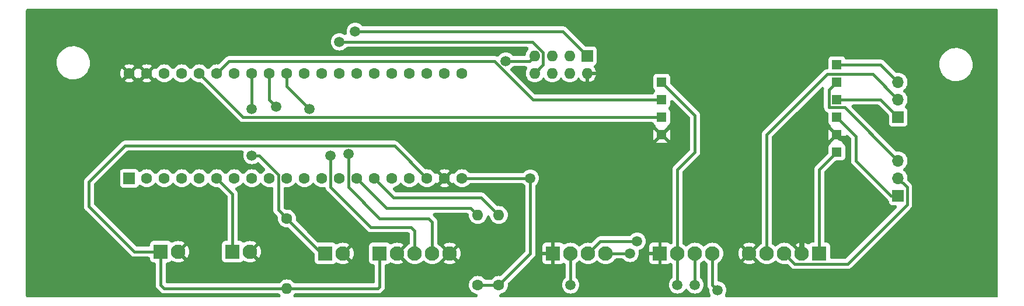
<source format=gbr>
G04 #@! TF.GenerationSoftware,KiCad,Pcbnew,7.0.2-6a45011f42~172~ubuntu22.04.1*
G04 #@! TF.CreationDate,2023-05-11T11:42:15-04:00*
G04 #@! TF.ProjectId,PCB_Design,5043425f-4465-4736-9967-6e2e6b696361,rev?*
G04 #@! TF.SameCoordinates,Original*
G04 #@! TF.FileFunction,Copper,L2,Bot*
G04 #@! TF.FilePolarity,Positive*
%FSLAX46Y46*%
G04 Gerber Fmt 4.6, Leading zero omitted, Abs format (unit mm)*
G04 Created by KiCad (PCBNEW 7.0.2-6a45011f42~172~ubuntu22.04.1) date 2023-05-11 11:42:15*
%MOMM*%
%LPD*%
G01*
G04 APERTURE LIST*
G04 #@! TA.AperFunction,ComponentPad*
%ADD10R,1.700000X1.700000*%
G04 #@! TD*
G04 #@! TA.AperFunction,ComponentPad*
%ADD11O,1.700000X1.700000*%
G04 #@! TD*
G04 #@! TA.AperFunction,ComponentPad*
%ADD12R,1.727200X1.727200*%
G04 #@! TD*
G04 #@! TA.AperFunction,ComponentPad*
%ADD13O,1.600000X1.600000*%
G04 #@! TD*
G04 #@! TA.AperFunction,ComponentPad*
%ADD14C,1.600000*%
G04 #@! TD*
G04 #@! TA.AperFunction,ComponentPad*
%ADD15R,2.100000X2.100000*%
G04 #@! TD*
G04 #@! TA.AperFunction,ComponentPad*
%ADD16C,2.100000*%
G04 #@! TD*
G04 #@! TA.AperFunction,ComponentPad*
%ADD17R,1.408000X1.408000*%
G04 #@! TD*
G04 #@! TA.AperFunction,ViaPad*
%ADD18C,1.500000*%
G04 #@! TD*
G04 #@! TA.AperFunction,Conductor*
%ADD19C,0.762000*%
G04 #@! TD*
G04 #@! TA.AperFunction,Conductor*
%ADD20C,0.457200*%
G04 #@! TD*
G04 #@! TA.AperFunction,Conductor*
%ADD21C,0.457000*%
G04 #@! TD*
G04 APERTURE END LIST*
D10*
G04 #@! TO.P,JP1,1,A*
G04 #@! TO.N,A-*
X195580000Y-91440000D03*
D11*
G04 #@! TO.P,JP1,2,C*
G04 #@! TO.N,DO-_LC*
X195580000Y-88900000D03*
G04 #@! TO.P,JP1,3,B*
G04 #@! TO.N,B-*
X195580000Y-86360000D03*
G04 #@! TD*
D12*
G04 #@! TO.P,U1,1,UTXD*
G04 #@! TO.N,USART2_TX*
X150495000Y-71120000D03*
D13*
G04 #@! TO.P,U1,2,GND*
G04 #@! TO.N,GND*
X150495000Y-73660000D03*
G04 #@! TO.P,U1,3,CH_PD*
G04 #@! TO.N,unconnected-(U1-CH_PD-Pad3)*
X147955000Y-71120000D03*
G04 #@! TO.P,U1,4,GPIO2*
G04 #@! TO.N,unconnected-(U1-GPIO2-Pad4)*
X147955000Y-73660000D03*
G04 #@! TO.P,U1,5,RST*
G04 #@! TO.N,unconnected-(U1-RST-Pad5)*
X145415000Y-71120000D03*
G04 #@! TO.P,U1,6,GPIO0*
G04 #@! TO.N,unconnected-(U1-GPIO0-Pad6)*
X145415000Y-73660000D03*
G04 #@! TO.P,U1,7,VCC*
G04 #@! TO.N,+3.3V*
X142875000Y-71120000D03*
G04 #@! TO.P,U1,8,URXD*
G04 #@! TO.N,USART2_RX*
X142875000Y-73660000D03*
G04 #@! TD*
D10*
G04 #@! TO.P,U3,1,PB12*
G04 #@! TO.N,unconnected-(U3-PB12-Pad1)*
X84074000Y-88900000D03*
D14*
G04 #@! TO.P,U3,2,PB13*
G04 #@! TO.N,unconnected-(U3-PB13-Pad2)*
X86614000Y-88900000D03*
G04 #@! TO.P,U3,3,PB14*
G04 #@! TO.N,unconnected-(U3-PB14-Pad3)*
X89154000Y-88900000D03*
G04 #@! TO.P,U3,4,PB15*
G04 #@! TO.N,unconnected-(U3-PB15-Pad4)*
X91694000Y-88900000D03*
G04 #@! TO.P,U3,5,PA8*
G04 #@! TO.N,unconnected-(U3-PA8-Pad5)*
X94234000Y-88900000D03*
G04 #@! TO.P,U3,6,PA9*
G04 #@! TO.N,USART1_TX*
X96774000Y-88900000D03*
G04 #@! TO.P,U3,7,PA10*
G04 #@! TO.N,unconnected-(U3-PA10-Pad7)*
X99314000Y-88900000D03*
G04 #@! TO.P,U3,8,PA11*
G04 #@! TO.N,unconnected-(U3-PA11-Pad8)*
X101854000Y-88900000D03*
G04 #@! TO.P,U3,9,PA12*
G04 #@! TO.N,unconnected-(U3-PA12-Pad9)*
X104394000Y-88900000D03*
G04 #@! TO.P,U3,10,PA15*
G04 #@! TO.N,unconnected-(U3-PA15-Pad10)*
X106934000Y-88900000D03*
G04 #@! TO.P,U3,11,PB3*
G04 #@! TO.N,unconnected-(U3-PB3-Pad11)*
X109474000Y-88900000D03*
G04 #@! TO.P,U3,12,PB4*
G04 #@! TO.N,unconnected-(U3-PB4-Pad12)*
X112014000Y-88900000D03*
G04 #@! TO.P,U3,13,PB5*
G04 #@! TO.N,unconnected-(U3-PB5-Pad13)*
X114554000Y-88900000D03*
G04 #@! TO.P,U3,14,PB6*
G04 #@! TO.N,SCL1*
X117094000Y-88900000D03*
G04 #@! TO.P,U3,15,PB7*
G04 #@! TO.N,SDA1*
X119634000Y-88900000D03*
G04 #@! TO.P,U3,16,PB8*
G04 #@! TO.N,unconnected-(U3-PB8-Pad16)*
X122174000Y-88900000D03*
G04 #@! TO.P,U3,17,PB9*
G04 #@! TO.N,unconnected-(U3-PB9-Pad17)*
X124714000Y-88900000D03*
G04 #@! TO.P,U3,18,5V*
G04 #@! TO.N,+5V*
X127254000Y-88900000D03*
G04 #@! TO.P,U3,19,GND*
G04 #@! TO.N,GND*
X129794000Y-88900000D03*
G04 #@! TO.P,U3,20,3V3*
G04 #@! TO.N,+3.3V*
X132334000Y-88900000D03*
G04 #@! TO.P,U3,21,VBat*
G04 #@! TO.N,unconnected-(U3-VBat-Pad21)*
X132334000Y-73660000D03*
G04 #@! TO.P,U3,22,PC13*
G04 #@! TO.N,unconnected-(U3-PC13-Pad22)*
X129794000Y-73660000D03*
G04 #@! TO.P,U3,23,PC14*
G04 #@! TO.N,unconnected-(U3-PC14-Pad23)*
X127254000Y-73660000D03*
G04 #@! TO.P,U3,24,PC15*
G04 #@! TO.N,unconnected-(U3-PC15-Pad24)*
X124714000Y-73660000D03*
G04 #@! TO.P,U3,25,PA0*
G04 #@! TO.N,unconnected-(U3-PA0-Pad25)*
X122174000Y-73660000D03*
G04 #@! TO.P,U3,26,PA1*
G04 #@! TO.N,unconnected-(U3-PA1-Pad26)*
X119634000Y-73660000D03*
G04 #@! TO.P,U3,27,PA2*
G04 #@! TO.N,USART2_TX*
X117094000Y-73660000D03*
G04 #@! TO.P,U3,28,PA3*
G04 #@! TO.N,USART2_RX*
X114554000Y-73660000D03*
G04 #@! TO.P,U3,29,PA4*
G04 #@! TO.N,unconnected-(U3-PA4-Pad29)*
X112014000Y-73660000D03*
G04 #@! TO.P,U3,30,PA5*
G04 #@! TO.N,unconnected-(U3-PA5-Pad30)*
X109474000Y-73660000D03*
G04 #@! TO.P,U3,31,PA6*
G04 #@! TO.N,CH1_EC*
X106934000Y-73660000D03*
G04 #@! TO.P,U3,32,PA7*
G04 #@! TO.N,CH2-_EC*
X104394000Y-73660000D03*
G04 #@! TO.P,U3,33,PB0*
G04 #@! TO.N,DO_LS*
X101854000Y-73660000D03*
G04 #@! TO.P,U3,34,PB1*
G04 #@! TO.N,unconnected-(U3-PB1-Pad34)*
X99314000Y-73660000D03*
G04 #@! TO.P,U3,35,PB10*
G04 #@! TO.N,USART3_TX*
X96774000Y-73660000D03*
G04 #@! TO.P,U3,36,PB11*
G04 #@! TO.N,USART3_RX*
X94234000Y-73660000D03*
G04 #@! TO.P,U3,37,RST*
G04 #@! TO.N,unconnected-(U3-RST-Pad37)*
X91694000Y-73660000D03*
G04 #@! TO.P,U3,38,3V3*
G04 #@! TO.N,+3.3V*
X89154000Y-73660000D03*
G04 #@! TO.P,U3,39,GND*
G04 #@! TO.N,GND*
X86614000Y-73660000D03*
G04 #@! TO.P,U3,40,GND*
X84074000Y-73660000D03*
G04 #@! TD*
D13*
G04 #@! TO.P,R2,2*
G04 #@! TO.N,SCL1*
X134620000Y-94234000D03*
D14*
G04 #@! TO.P,R2,1*
G04 #@! TO.N,+3.3V*
X134620000Y-104394000D03*
G04 #@! TD*
D15*
G04 #@! TO.P,J2,1,Pin_1*
G04 #@! TO.N,DO_LS*
X112522000Y-99822000D03*
D16*
G04 #@! TO.P,J2,2,Pin_2*
G04 #@! TO.N,GND*
X115062000Y-99822000D03*
G04 #@! TD*
D10*
G04 #@! TO.P,JP2,1,A*
G04 #@! TO.N,A+*
X195580000Y-80010000D03*
D11*
G04 #@! TO.P,JP2,2,C*
G04 #@! TO.N,DO+_LC*
X195580000Y-77470000D03*
G04 #@! TO.P,JP2,3,B*
G04 #@! TO.N,B+*
X195580000Y-74930000D03*
G04 #@! TD*
D15*
G04 #@! TO.P,J5,1,Pin_1*
G04 #@! TO.N,GND*
X161036000Y-99822000D03*
D16*
G04 #@! TO.P,J5,2,Pin_2*
G04 #@! TO.N,+5V*
X163576000Y-99822000D03*
G04 #@! TO.P,J5,3,Pin_3*
G04 #@! TO.N,SDA1*
X166116000Y-99822000D03*
G04 #@! TO.P,J5,4,Pin_4*
G04 #@! TO.N,SCL1*
X168656000Y-99822000D03*
G04 #@! TD*
D15*
G04 #@! TO.P,J6,1,Pin_1*
G04 #@! TO.N,GND*
X145537000Y-99822000D03*
D16*
G04 #@! TO.P,J6,2,Pin_2*
G04 #@! TO.N,+5V*
X148077000Y-99822000D03*
G04 #@! TO.P,J6,3,Pin_3*
G04 #@! TO.N,SDA1*
X150617000Y-99822000D03*
G04 #@! TO.P,J6,4,Pin_4*
G04 #@! TO.N,SCL1*
X153157000Y-99822000D03*
G04 #@! TD*
D15*
G04 #@! TO.P,J1,1,Pin_1*
G04 #@! TO.N,+5V*
X88646000Y-99568000D03*
D16*
G04 #@! TO.P,J1,2,Pin_2*
G04 #@! TO.N,GND*
X91186000Y-99568000D03*
G04 #@! TD*
D17*
G04 #@! TO.P,U4,VCC,VCC*
G04 #@! TO.N,+5V*
X161290000Y-74930000D03*
G04 #@! TO.P,U4,SCK,SCK*
G04 #@! TO.N,USART3_TX*
X161290000Y-77470000D03*
G04 #@! TO.P,U4,GND,GND*
G04 #@! TO.N,GND*
X161290000Y-82550000D03*
G04 #@! TO.P,U4,E-,E-*
X186690000Y-82550000D03*
G04 #@! TO.P,U4,E+,E+*
G04 #@! TO.N,V+_LC*
X186690000Y-85090000D03*
G04 #@! TO.P,U4,DT,DT*
G04 #@! TO.N,USART3_RX*
X161290000Y-80010000D03*
G04 #@! TO.P,U4,B-,B-*
G04 #@! TO.N,B-*
X186690000Y-74930000D03*
G04 #@! TO.P,U4,B+,B+*
G04 #@! TO.N,B+*
X186690000Y-72390000D03*
G04 #@! TO.P,U4,A-,A-*
G04 #@! TO.N,A-*
X186690000Y-80010000D03*
G04 #@! TO.P,U4,A+,A+*
G04 #@! TO.N,A+*
X186690000Y-77470000D03*
G04 #@! TD*
D15*
G04 #@! TO.P,J3,1,Pin_1*
G04 #@! TO.N,+5V*
X120396000Y-99822000D03*
D16*
G04 #@! TO.P,J3,2,Pin_2*
G04 #@! TO.N,GND*
X122936000Y-99822000D03*
G04 #@! TO.P,J3,3,Pin_3*
G04 #@! TO.N,CH2-_EC*
X125476000Y-99822000D03*
G04 #@! TO.P,J3,4,Pin_4*
G04 #@! TO.N,CH1_EC*
X128016000Y-99822000D03*
G04 #@! TO.P,J3,5,Pin_5*
G04 #@! TO.N,GND*
X130556000Y-99822000D03*
G04 #@! TD*
D13*
G04 #@! TO.P,R1,2*
G04 #@! TO.N,SDA1*
X137668000Y-94234000D03*
D14*
G04 #@! TO.P,R1,1*
G04 #@! TO.N,+3.3V*
X137668000Y-104394000D03*
G04 #@! TD*
D15*
G04 #@! TO.P,J4,1,Pin_1*
G04 #@! TO.N,USART1_TX*
X99060000Y-99568000D03*
D16*
G04 #@! TO.P,J4,2,Pin_2*
G04 #@! TO.N,GND*
X101600000Y-99568000D03*
G04 #@! TD*
D15*
G04 #@! TO.P,J7,1,Pin_1*
G04 #@! TO.N,V+_LC*
X184150000Y-99822000D03*
D16*
G04 #@! TO.P,J7,2,Pin_2*
G04 #@! TO.N,GND*
X181610000Y-99822000D03*
G04 #@! TO.P,J7,3,Pin_3*
G04 #@! TO.N,DO-_LC*
X179070000Y-99822000D03*
G04 #@! TO.P,J7,4,Pin_4*
G04 #@! TO.N,DO+_LC*
X176530000Y-99822000D03*
G04 #@! TO.P,J7,5,Pin_5*
G04 #@! TO.N,GND*
X173990000Y-99822000D03*
G04 #@! TD*
D14*
G04 #@! TO.P,R5,1*
G04 #@! TO.N,DO_LS*
X106934000Y-94742000D03*
D13*
G04 #@! TO.P,R5,2*
G04 #@! TO.N,+5V*
X106934000Y-104902000D03*
G04 #@! TD*
D18*
G04 #@! TO.N,CH1_EC*
X110236000Y-78831900D03*
G04 #@! TO.N,DO_LS*
X101854000Y-78831900D03*
G04 #@! TO.N,SDA1*
X166116000Y-104394000D03*
X157734000Y-98044000D03*
G04 #@! TO.N,SCL1*
X156718000Y-99822000D03*
G04 #@! TO.N,+5V*
X163576000Y-104394000D03*
X148082000Y-104394000D03*
G04 #@! TO.N,DO_LS*
X101854000Y-85598000D03*
G04 #@! TO.N,CH1_EC*
X115865400Y-85344000D03*
G04 #@! TO.N,CH2-_EC*
X113284000Y-85598000D03*
X105410000Y-78486000D03*
G04 #@! TO.N,SCL1*
X169418000Y-105156000D03*
G04 #@! TO.N,USART2_TX*
X116840000Y-67564000D03*
G04 #@! TO.N,USART2_RX*
X114554000Y-69088000D03*
G04 #@! TO.N,+3.3V*
X142240000Y-88900000D03*
X138684000Y-71882000D03*
G04 #@! TO.N,GND*
X173736000Y-92456000D03*
X178816000Y-92456000D03*
G04 #@! TD*
D19*
G04 #@! TO.N,GND*
X187198000Y-83058000D02*
X188214000Y-83058000D01*
X186690000Y-82550000D02*
X187198000Y-83058000D01*
X178816000Y-92456000D02*
X181610000Y-95250000D01*
X181610000Y-95250000D02*
X181610000Y-99822000D01*
D20*
G04 #@! TO.N,CH1_EC*
X106934000Y-75529900D02*
X110236000Y-78831900D01*
X106934000Y-73660000D02*
X106934000Y-75529900D01*
G04 #@! TO.N,DO_LS*
X101854000Y-73660000D02*
X101854000Y-78831900D01*
G04 #@! TO.N,+5V*
X148077000Y-99822000D02*
X148077000Y-104389000D01*
X148077000Y-104389000D02*
X148082000Y-104394000D01*
X163576000Y-99822000D02*
X163576000Y-104394000D01*
G04 #@! TO.N,SDA1*
X166116000Y-99822000D02*
X166116000Y-104394000D01*
X150617000Y-99822000D02*
X152395000Y-98044000D01*
X152395000Y-98044000D02*
X157734000Y-98044000D01*
G04 #@! TO.N,SCL1*
X153157000Y-99822000D02*
X155702000Y-99822000D01*
X155702000Y-99822000D02*
X156718000Y-99822000D01*
G04 #@! TO.N,+5V*
X106934000Y-104902000D02*
X120142000Y-104902000D01*
X166116000Y-85090000D02*
X166116000Y-79756000D01*
X83474600Y-84165400D02*
X122519400Y-84165400D01*
X120142000Y-104902000D02*
X120396000Y-104648000D01*
X84836000Y-99568000D02*
X78232000Y-92964000D01*
X122519400Y-84165400D02*
X127254000Y-88900000D01*
X88646000Y-104394000D02*
X88646000Y-99568000D01*
X163576000Y-87630000D02*
X166116000Y-85090000D01*
X166116000Y-79756000D02*
X161290000Y-74930000D01*
X120396000Y-104648000D02*
X120396000Y-99822000D01*
X89154000Y-104902000D02*
X88646000Y-104394000D01*
X106934000Y-104902000D02*
X89154000Y-104902000D01*
X88646000Y-99568000D02*
X84836000Y-99568000D01*
X78232000Y-89408000D02*
X83474600Y-84165400D01*
X78232000Y-92964000D02*
X78232000Y-89408000D01*
X163576000Y-99822000D02*
X163576000Y-87630000D01*
D21*
G04 #@! TO.N,DO_LS*
X112014000Y-99822000D02*
X112522000Y-99822000D01*
X106934000Y-94742000D02*
X112014000Y-99822000D01*
X105705500Y-93513500D02*
X106934000Y-94742000D01*
X101854000Y-85598000D02*
X102912362Y-85598000D01*
X105705500Y-88391138D02*
X105705500Y-93513500D01*
X102912362Y-85598000D02*
X105705500Y-88391138D01*
D20*
G04 #@! TO.N,CH1_EC*
X127508000Y-94742000D02*
X128016000Y-95250000D01*
X128016000Y-95250000D02*
X128016000Y-99822000D01*
X115865400Y-85344000D02*
X115865400Y-90211400D01*
X115865400Y-90211400D02*
X120396000Y-94742000D01*
X120396000Y-94742000D02*
X127508000Y-94742000D01*
G04 #@! TO.N,CH2-_EC*
X124968000Y-96012000D02*
X125476000Y-96520000D01*
X113284000Y-85598000D02*
X113284000Y-90170000D01*
X104394000Y-73660000D02*
X104394000Y-77470000D01*
X119126000Y-96012000D02*
X124968000Y-96012000D01*
X104394000Y-74930000D02*
X104394000Y-73660000D01*
X125476000Y-96520000D02*
X125476000Y-99822000D01*
X113284000Y-90170000D02*
X119126000Y-96012000D01*
X104394000Y-77470000D02*
X105410000Y-78486000D01*
G04 #@! TO.N,SDA1*
X165608000Y-100330000D02*
X166116000Y-99822000D01*
X119634000Y-88900000D02*
X122428000Y-91694000D01*
X122428000Y-91694000D02*
X135128000Y-91694000D01*
X135128000Y-91694000D02*
X137668000Y-94234000D01*
G04 #@! TO.N,SCL1*
X169418000Y-105156000D02*
X168656000Y-104394000D01*
X134620000Y-94234000D02*
X133604000Y-93218000D01*
X168656000Y-104394000D02*
X168656000Y-99822000D01*
X121412000Y-93218000D02*
X117094000Y-88900000D01*
X133604000Y-93218000D02*
X121412000Y-93218000D01*
G04 #@! TO.N,V+_LC*
X184150000Y-99822000D02*
X184150000Y-87630000D01*
X184150000Y-87630000D02*
X186690000Y-85090000D01*
G04 #@! TO.N,DO+_LC*
X185282600Y-73797400D02*
X191907400Y-73797400D01*
X191907400Y-73797400D02*
X195580000Y-77470000D01*
X176530000Y-82550000D02*
X185282600Y-73797400D01*
X176530000Y-99822000D02*
X176530000Y-82550000D01*
G04 #@! TO.N,DO-_LC*
X196858600Y-92718600D02*
X188231200Y-101346000D01*
X196858600Y-90178600D02*
X196858600Y-92718600D01*
X188231200Y-101346000D02*
X180594000Y-101346000D01*
X195580000Y-88900000D02*
X196858600Y-90178600D01*
X180594000Y-101346000D02*
X179070000Y-99822000D01*
G04 #@! TO.N,A+*
X186690000Y-77470000D02*
X193040000Y-77470000D01*
X193040000Y-77470000D02*
X195580000Y-80010000D01*
G04 #@! TO.N,A-*
X186690000Y-80010000D02*
X189484000Y-82804000D01*
X194564000Y-91440000D02*
X195580000Y-91440000D01*
X189484000Y-82804000D02*
X189484000Y-86360000D01*
X189484000Y-86360000D02*
X194564000Y-91440000D01*
G04 #@! TO.N,USART1_TX*
X99060000Y-99568000D02*
X99060000Y-91186000D01*
X99060000Y-91186000D02*
X96774000Y-88900000D01*
G04 #@! TO.N,USART3_RX*
X161290000Y-80010000D02*
X100584000Y-80010000D01*
X100584000Y-80010000D02*
X94234000Y-73660000D01*
G04 #@! TO.N,USART3_TX*
X96774000Y-73660000D02*
X98552000Y-71882000D01*
X98552000Y-71882000D02*
X137017207Y-71882000D01*
X142605207Y-77470000D02*
X161290000Y-77470000D01*
X137017207Y-71882000D02*
X142605207Y-77470000D01*
G04 #@! TO.N,USART2_TX*
X116840000Y-67564000D02*
X146939000Y-67564000D01*
X146939000Y-67564000D02*
X149202800Y-69827800D01*
X150495000Y-71120000D02*
X149202800Y-69827800D01*
D21*
G04 #@! TO.N,USART2_RX*
X114554000Y-69088000D02*
X142580362Y-69088000D01*
X142580362Y-69088000D02*
X144103500Y-70611138D01*
X144103500Y-70611138D02*
X144103500Y-72431500D01*
X144103500Y-72431500D02*
X142875000Y-73660000D01*
D20*
G04 #@! TO.N,B-*
X185557400Y-76062600D02*
X185557400Y-78602600D01*
X187822600Y-78602600D02*
X195580000Y-86360000D01*
X185557400Y-78602600D02*
X187822600Y-78602600D01*
X186690000Y-74930000D02*
X185557400Y-76062600D01*
G04 #@! TO.N,B+*
X186690000Y-72390000D02*
X193040000Y-72390000D01*
X193040000Y-72390000D02*
X195580000Y-74930000D01*
G04 #@! TO.N,+3.3V*
X142240000Y-88900000D02*
X142240000Y-99822000D01*
X142240000Y-99822000D02*
X137668000Y-104394000D01*
X132334000Y-88900000D02*
X142240000Y-88900000D01*
X137668000Y-104394000D02*
X134620000Y-104394000D01*
X138684000Y-71882000D02*
X142113000Y-71882000D01*
X142113000Y-71882000D02*
X142875000Y-71120000D01*
G04 #@! TO.N,GND*
X122936000Y-99314000D02*
X122936000Y-99822000D01*
G04 #@! TD*
G04 #@! TA.AperFunction,Conductor*
G04 #@! TO.N,GND*
G36*
X184694570Y-75633913D02*
G01*
X184775352Y-75687889D01*
X184829328Y-75768671D01*
X184848282Y-75863959D01*
X184841571Y-75921377D01*
X184825817Y-75987854D01*
X184826130Y-75998620D01*
X184826130Y-75998622D01*
X184826190Y-76000667D01*
X184828195Y-76069593D01*
X184828300Y-76076834D01*
X184828300Y-78574143D01*
X184827879Y-78588620D01*
X184824578Y-78645282D01*
X184834436Y-78701191D01*
X184836534Y-78715514D01*
X184843149Y-78772102D01*
X184854089Y-78812934D01*
X184866156Y-78840908D01*
X184876657Y-78865252D01*
X184881997Y-78878694D01*
X184901488Y-78932242D01*
X184921556Y-78969461D01*
X184955573Y-79015154D01*
X184963871Y-79027004D01*
X184995075Y-79074447D01*
X184995076Y-79074448D01*
X184995194Y-79074627D01*
X185023299Y-79106208D01*
X185023461Y-79106344D01*
X185023462Y-79106345D01*
X185066962Y-79142845D01*
X185077755Y-79152451D01*
X185119048Y-79191409D01*
X185119203Y-79191555D01*
X185153834Y-79215804D01*
X185154024Y-79215899D01*
X185154026Y-79215901D01*
X185204770Y-79241386D01*
X185217486Y-79248242D01*
X185260116Y-79272854D01*
X185266839Y-79276736D01*
X185306641Y-79292548D01*
X185332340Y-79305454D01*
X185331697Y-79306733D01*
X185382272Y-79329870D01*
X185448428Y-79401020D01*
X185482320Y-79492072D01*
X185485500Y-79531740D01*
X185485500Y-80755211D01*
X185485500Y-80755229D01*
X185485501Y-80761872D01*
X185491909Y-80821483D01*
X185542204Y-80956331D01*
X185628454Y-81071546D01*
X185743669Y-81157796D01*
X185743670Y-81157796D01*
X185749223Y-81161953D01*
X185814146Y-81234230D01*
X185846468Y-81325851D01*
X185845534Y-81351981D01*
X186601767Y-82108215D01*
X186555862Y-82115135D01*
X186433643Y-82173993D01*
X186334202Y-82266260D01*
X186266375Y-82383740D01*
X186248500Y-82462054D01*
X185501275Y-81714829D01*
X185492402Y-81738622D01*
X185486712Y-81791549D01*
X185486000Y-81804843D01*
X185486000Y-83295156D01*
X185486712Y-83308452D01*
X185492402Y-83361376D01*
X185501275Y-83385169D01*
X186245549Y-82640894D01*
X186246327Y-82651265D01*
X186295887Y-82777541D01*
X186380465Y-82883599D01*
X186492547Y-82960016D01*
X186600299Y-82993252D01*
X185844443Y-83749110D01*
X185845047Y-83782922D01*
X185809475Y-83873331D01*
X185749224Y-83938046D01*
X185743670Y-83942203D01*
X185743669Y-83942204D01*
X185710306Y-83967179D01*
X185628454Y-84028453D01*
X185563887Y-84114703D01*
X185542204Y-84143669D01*
X185506410Y-84239636D01*
X185491908Y-84278519D01*
X185486213Y-84331490D01*
X185486212Y-84331500D01*
X185485500Y-84338127D01*
X185485500Y-84344788D01*
X185485500Y-84344797D01*
X185485500Y-85160256D01*
X185466546Y-85255544D01*
X185412570Y-85336326D01*
X183684829Y-87064066D01*
X183657461Y-87087718D01*
X183646252Y-87096063D01*
X183618625Y-87128987D01*
X183613903Y-87134452D01*
X183609528Y-87139368D01*
X183604424Y-87144473D01*
X183599946Y-87150135D01*
X183599930Y-87150154D01*
X183586909Y-87166621D01*
X183582349Y-87172219D01*
X183529778Y-87234874D01*
X183495223Y-87308974D01*
X183492071Y-87315484D01*
X183455372Y-87388558D01*
X183438841Y-87468617D01*
X183437275Y-87475679D01*
X183418417Y-87555254D01*
X183418730Y-87566020D01*
X183418730Y-87566022D01*
X183419419Y-87589689D01*
X183420795Y-87636993D01*
X183420900Y-87644234D01*
X183420899Y-98022500D01*
X183401945Y-98117788D01*
X183347969Y-98198570D01*
X183267187Y-98252546D01*
X183171901Y-98271500D01*
X183058789Y-98271500D01*
X183058770Y-98271500D01*
X183052128Y-98271501D01*
X183045518Y-98272211D01*
X183045509Y-98272212D01*
X182992526Y-98277908D01*
X182992517Y-98277909D01*
X182857669Y-98328204D01*
X182857076Y-98328648D01*
X182742453Y-98414454D01*
X182732872Y-98427253D01*
X182660593Y-98492175D01*
X182568972Y-98524495D01*
X182471956Y-98519293D01*
X182403437Y-98490336D01*
X182315857Y-98436666D01*
X182090460Y-98343305D01*
X181853219Y-98286348D01*
X181610000Y-98267206D01*
X181366780Y-98286348D01*
X181129539Y-98343305D01*
X180904143Y-98436666D01*
X180702057Y-98560504D01*
X181438432Y-99296878D01*
X181321542Y-99347651D01*
X181204261Y-99443066D01*
X181117072Y-99566585D01*
X181086644Y-99652198D01*
X180263103Y-98828657D01*
X180263190Y-98828569D01*
X180248517Y-98814455D01*
X180216524Y-98776996D01*
X180169759Y-98722241D01*
X180169757Y-98722239D01*
X180169756Y-98722238D01*
X179984181Y-98563742D01*
X179846438Y-98479333D01*
X179776089Y-98436223D01*
X179776086Y-98436222D01*
X179776085Y-98436221D01*
X179550615Y-98342829D01*
X179550613Y-98342828D01*
X179550612Y-98342828D01*
X179313302Y-98285854D01*
X179313298Y-98285853D01*
X179070000Y-98266705D01*
X178826701Y-98285853D01*
X178589384Y-98342829D01*
X178363914Y-98436221D01*
X178155822Y-98563740D01*
X177961712Y-98729525D01*
X177876944Y-98776996D01*
X177780463Y-98788415D01*
X177686956Y-98762043D01*
X177638288Y-98729525D01*
X177444175Y-98563738D01*
X177377996Y-98523183D01*
X177306654Y-98457234D01*
X177265979Y-98369003D01*
X177259100Y-98310877D01*
X177259100Y-82955142D01*
X177278054Y-82859854D01*
X177332030Y-82779072D01*
X180875647Y-79235455D01*
X184423215Y-75687886D01*
X184503994Y-75633913D01*
X184599282Y-75614959D01*
X184694570Y-75633913D01*
G37*
G04 #@! TD.AperFunction*
G04 #@! TA.AperFunction,Conductor*
G36*
X188238288Y-82616197D02*
G01*
X188319070Y-82670173D01*
X188681970Y-83033073D01*
X188735946Y-83113855D01*
X188754900Y-83209143D01*
X188754900Y-86288743D01*
X188752271Y-86324832D01*
X188750246Y-86338651D01*
X188753993Y-86381483D01*
X188754518Y-86388690D01*
X188754899Y-86395232D01*
X188754900Y-86402461D01*
X188755738Y-86409639D01*
X188755740Y-86409657D01*
X188758179Y-86430529D01*
X188758914Y-86437724D01*
X188766039Y-86519165D01*
X188794007Y-86596006D01*
X188796375Y-86602818D01*
X188800100Y-86614058D01*
X188822100Y-86680452D01*
X188867021Y-86748752D01*
X188870909Y-86754855D01*
X188913840Y-86824455D01*
X188921674Y-86831846D01*
X188921675Y-86831847D01*
X188944389Y-86853276D01*
X188973290Y-86880543D01*
X188978486Y-86885589D01*
X193998067Y-91905170D01*
X194021727Y-91932549D01*
X194030063Y-91943746D01*
X194062980Y-91971367D01*
X194068453Y-91976096D01*
X194073355Y-91980458D01*
X194078473Y-91985576D01*
X194084156Y-91990070D01*
X194084160Y-91990073D01*
X194100608Y-92003078D01*
X194106227Y-92007655D01*
X194140555Y-92036460D01*
X194201366Y-92112230D01*
X194228553Y-92205504D01*
X194229500Y-92227202D01*
X194229500Y-92331210D01*
X194229500Y-92331228D01*
X194229501Y-92337872D01*
X194230211Y-92344482D01*
X194230212Y-92344490D01*
X194234437Y-92383794D01*
X194235909Y-92397483D01*
X194286204Y-92532331D01*
X194329328Y-92589938D01*
X194372453Y-92647546D01*
X194415578Y-92679828D01*
X194487669Y-92733796D01*
X194622517Y-92784091D01*
X194682127Y-92790500D01*
X195154457Y-92790499D01*
X195249744Y-92809453D01*
X195330525Y-92863429D01*
X195384502Y-92944210D01*
X195403456Y-93039498D01*
X195384502Y-93134787D01*
X195330526Y-93215568D01*
X195330526Y-93215569D01*
X188002127Y-100543970D01*
X187921345Y-100597946D01*
X187826057Y-100616900D01*
X185949500Y-100616900D01*
X185854212Y-100597946D01*
X185773430Y-100543970D01*
X185719454Y-100463188D01*
X185700500Y-100367900D01*
X185700499Y-98730788D01*
X185700499Y-98724128D01*
X185694091Y-98664517D01*
X185643796Y-98529669D01*
X185574174Y-98436666D01*
X185557546Y-98414453D01*
X185496831Y-98369003D01*
X185442331Y-98328204D01*
X185307483Y-98277909D01*
X185307482Y-98277908D01*
X185307480Y-98277908D01*
X185254509Y-98272213D01*
X185254500Y-98272212D01*
X185247873Y-98271500D01*
X185241202Y-98271500D01*
X185128100Y-98271500D01*
X185032812Y-98252546D01*
X184952030Y-98198570D01*
X184898054Y-98117788D01*
X184879100Y-98022500D01*
X184879100Y-88035142D01*
X184898054Y-87939854D01*
X184952030Y-87859072D01*
X186443673Y-86367429D01*
X186524455Y-86313453D01*
X186619743Y-86294499D01*
X187435212Y-86294499D01*
X187441872Y-86294499D01*
X187501483Y-86288091D01*
X187636331Y-86237796D01*
X187751546Y-86151546D01*
X187837796Y-86036331D01*
X187888091Y-85901483D01*
X187894500Y-85841873D01*
X187894499Y-84338128D01*
X187888091Y-84278517D01*
X187837796Y-84143669D01*
X187751546Y-84028454D01*
X187636331Y-83942204D01*
X187630774Y-83938044D01*
X187565851Y-83865766D01*
X187533529Y-83774145D01*
X187534462Y-83748016D01*
X186778230Y-82991784D01*
X186824138Y-82984865D01*
X186946357Y-82926007D01*
X187045798Y-82833740D01*
X187113625Y-82716260D01*
X187131499Y-82637946D01*
X187878722Y-83385169D01*
X187887598Y-83361372D01*
X187893286Y-83308466D01*
X187894000Y-83295156D01*
X187894000Y-82846243D01*
X187912954Y-82750955D01*
X187966930Y-82670173D01*
X188047712Y-82616197D01*
X188143000Y-82597243D01*
X188238288Y-82616197D01*
G37*
G04 #@! TD.AperFunction*
G04 #@! TA.AperFunction,Conductor*
G36*
X209903788Y-64281454D02*
G01*
X209984570Y-64335430D01*
X210038546Y-64416212D01*
X210057500Y-64511500D01*
X210057500Y-105922500D01*
X210038546Y-106017788D01*
X209984570Y-106098570D01*
X209903788Y-106152546D01*
X209808500Y-106171500D01*
X170711844Y-106171500D01*
X170616556Y-106152546D01*
X170535774Y-106098570D01*
X170481798Y-106017788D01*
X170462844Y-105922500D01*
X170481798Y-105827212D01*
X170501697Y-105790940D01*
X170505100Y-105783641D01*
X170505102Y-105783639D01*
X170597575Y-105585330D01*
X170654207Y-105373977D01*
X170673277Y-105156000D01*
X170654207Y-104938023D01*
X170654206Y-104938020D01*
X170654206Y-104938017D01*
X170597576Y-104726674D01*
X170597575Y-104726670D01*
X170505102Y-104528362D01*
X170505101Y-104528361D01*
X170505100Y-104528358D01*
X170379598Y-104349123D01*
X170224877Y-104194401D01*
X170045642Y-104068899D01*
X169937336Y-104018395D01*
X169847330Y-103976425D01*
X169847328Y-103976424D01*
X169847325Y-103976423D01*
X169635976Y-103919792D01*
X169612395Y-103917729D01*
X169519122Y-103890541D01*
X169443353Y-103829729D01*
X169396624Y-103744550D01*
X169385100Y-103669677D01*
X169385100Y-101333122D01*
X169404054Y-101237834D01*
X169458030Y-101157052D01*
X169503998Y-101120815D01*
X169570179Y-101080259D01*
X169755759Y-100921759D01*
X169846568Y-100815435D01*
X169914259Y-100736179D01*
X170041777Y-100528089D01*
X170135172Y-100302612D01*
X170192146Y-100065302D01*
X170211294Y-99822000D01*
X172435206Y-99822000D01*
X172454348Y-100065219D01*
X172511305Y-100302460D01*
X172604666Y-100527856D01*
X172728504Y-100729941D01*
X173464070Y-99994374D01*
X173466884Y-100007915D01*
X173536442Y-100142156D01*
X173639638Y-100252652D01*
X173768819Y-100331209D01*
X173820002Y-100345549D01*
X173082057Y-101083495D01*
X173284138Y-101207331D01*
X173509539Y-101300694D01*
X173746780Y-101357651D01*
X173989999Y-101376793D01*
X174233219Y-101357651D01*
X174470460Y-101300694D01*
X174695857Y-101207332D01*
X174897941Y-101083495D01*
X174161567Y-100347121D01*
X174278458Y-100296349D01*
X174395739Y-100200934D01*
X174482928Y-100077415D01*
X174513355Y-99991801D01*
X175336896Y-100815342D01*
X175336802Y-100815435D01*
X175351481Y-100829543D01*
X175428629Y-100919872D01*
X175430243Y-100921761D01*
X175615818Y-101080257D01*
X175615820Y-101080258D01*
X175615821Y-101080259D01*
X175823911Y-101207777D01*
X176049388Y-101301172D01*
X176286698Y-101358146D01*
X176453660Y-101371286D01*
X176529999Y-101377294D01*
X176529999Y-101377293D01*
X176530000Y-101377294D01*
X176773302Y-101358146D01*
X177010612Y-101301172D01*
X177236089Y-101207777D01*
X177444179Y-101080259D01*
X177562302Y-100979373D01*
X177638288Y-100914475D01*
X177723055Y-100867003D01*
X177819537Y-100855584D01*
X177913044Y-100881956D01*
X177961712Y-100914475D01*
X178155818Y-101080257D01*
X178155820Y-101080258D01*
X178155821Y-101080259D01*
X178363911Y-101207777D01*
X178589388Y-101301172D01*
X178826698Y-101358146D01*
X179070000Y-101377294D01*
X179313296Y-101358147D01*
X179313299Y-101358146D01*
X179313302Y-101358146D01*
X179388775Y-101340025D01*
X179485853Y-101336211D01*
X179577003Y-101369838D01*
X179622973Y-101406076D01*
X180028067Y-101811170D01*
X180051727Y-101838549D01*
X180060063Y-101849746D01*
X180092980Y-101877367D01*
X180098453Y-101882097D01*
X180103365Y-101886468D01*
X180108473Y-101891576D01*
X180130638Y-101909101D01*
X180136196Y-101913629D01*
X180190626Y-101959301D01*
X180190628Y-101959302D01*
X180198875Y-101966222D01*
X180208632Y-101970772D01*
X180208634Y-101970773D01*
X180272966Y-102000771D01*
X180279475Y-102003922D01*
X180342936Y-102035794D01*
X180342937Y-102035794D01*
X180352558Y-102040626D01*
X180363102Y-102042803D01*
X180363104Y-102042804D01*
X180432654Y-102057165D01*
X180439658Y-102058717D01*
X180508780Y-102075100D01*
X180508784Y-102075100D01*
X180519256Y-102077582D01*
X180530017Y-102077269D01*
X180530022Y-102077270D01*
X180600979Y-102075205D01*
X180608222Y-102075100D01*
X188159944Y-102075100D01*
X188196032Y-102077729D01*
X188197560Y-102077952D01*
X188209850Y-102079753D01*
X188252715Y-102076002D01*
X188259900Y-102075479D01*
X188266403Y-102075100D01*
X188273661Y-102075100D01*
X188288742Y-102073336D01*
X188301688Y-102071824D01*
X188308896Y-102071086D01*
X188379641Y-102064898D01*
X188379643Y-102064897D01*
X188390367Y-102063959D01*
X188400485Y-102060276D01*
X188400487Y-102060276D01*
X188467205Y-102035992D01*
X188473980Y-102033636D01*
X188541429Y-102011287D01*
X188541434Y-102011283D01*
X188551652Y-102007898D01*
X188560642Y-102001984D01*
X188560647Y-102001983D01*
X188620051Y-101962911D01*
X188625984Y-101959131D01*
X188686492Y-101921811D01*
X188686494Y-101921808D01*
X188695656Y-101916158D01*
X188703044Y-101908326D01*
X188703047Y-101908325D01*
X188751778Y-101856671D01*
X188756758Y-101851543D01*
X197323775Y-93284526D01*
X197351146Y-93260874D01*
X197362345Y-93252538D01*
X197390025Y-93219548D01*
X197394724Y-93214111D01*
X197399030Y-93209272D01*
X197404176Y-93204127D01*
X197421704Y-93181957D01*
X197426259Y-93176367D01*
X197471901Y-93121974D01*
X197471903Y-93121969D01*
X197478821Y-93113725D01*
X197483370Y-93103967D01*
X197483373Y-93103965D01*
X197513379Y-93039614D01*
X197516485Y-93033196D01*
X197548394Y-92969664D01*
X197548395Y-92969658D01*
X197553226Y-92960040D01*
X197555402Y-92949499D01*
X197555404Y-92949496D01*
X197569765Y-92879943D01*
X197571328Y-92872897D01*
X197573572Y-92863429D01*
X197587700Y-92803820D01*
X197587700Y-92803818D01*
X197590182Y-92793346D01*
X197589868Y-92782583D01*
X197589870Y-92782578D01*
X197587805Y-92711619D01*
X197587700Y-92704377D01*
X197587700Y-90249847D01*
X197590329Y-90213759D01*
X197590519Y-90212461D01*
X197592352Y-90199949D01*
X197588607Y-90157152D01*
X197588081Y-90149930D01*
X197587700Y-90143388D01*
X197587700Y-90136139D01*
X197584419Y-90108072D01*
X197583681Y-90100855D01*
X197577497Y-90030159D01*
X197577495Y-90030154D01*
X197576557Y-90019427D01*
X197548590Y-89942588D01*
X197546211Y-89935744D01*
X197534383Y-89900047D01*
X197523887Y-89868371D01*
X197523885Y-89868369D01*
X197520499Y-89858148D01*
X197485207Y-89804489D01*
X197475567Y-89789833D01*
X197471682Y-89783734D01*
X197450546Y-89749467D01*
X197434411Y-89723308D01*
X197434409Y-89723306D01*
X197428756Y-89714141D01*
X197369308Y-89658055D01*
X197364111Y-89653008D01*
X196991650Y-89280547D01*
X196937674Y-89199765D01*
X196918720Y-89104477D01*
X196919668Y-89082775D01*
X196934350Y-88914956D01*
X196935659Y-88900000D01*
X196932660Y-88865718D01*
X196915064Y-88664597D01*
X196915063Y-88664592D01*
X196853903Y-88436337D01*
X196754035Y-88222171D01*
X196754034Y-88222170D01*
X196754033Y-88222167D01*
X196618495Y-88028599D01*
X196451402Y-87861505D01*
X196412077Y-87833970D01*
X196344892Y-87763789D01*
X196309679Y-87673240D01*
X196311798Y-87576108D01*
X196350926Y-87487181D01*
X196412077Y-87426030D01*
X196450531Y-87399104D01*
X196451401Y-87398495D01*
X196618495Y-87231401D01*
X196713260Y-87096063D01*
X196754033Y-87037833D01*
X196754033Y-87037832D01*
X196754035Y-87037830D01*
X196853903Y-86823663D01*
X196915063Y-86595408D01*
X196917773Y-86564443D01*
X196935659Y-86360000D01*
X196915064Y-86124597D01*
X196915063Y-86124592D01*
X196853903Y-85896337D01*
X196754035Y-85682171D01*
X196754034Y-85682170D01*
X196754033Y-85682167D01*
X196618495Y-85488599D01*
X196451401Y-85321504D01*
X196257833Y-85185966D01*
X196043663Y-85086097D01*
X195815402Y-85024935D01*
X195580004Y-85004341D01*
X195580001Y-85004341D01*
X195580000Y-85004341D01*
X195478360Y-85013233D01*
X195397223Y-85020332D01*
X195300646Y-85009754D01*
X195215467Y-84963024D01*
X195199452Y-84948349D01*
X188875273Y-78624170D01*
X188821297Y-78543388D01*
X188802343Y-78448100D01*
X188821297Y-78352812D01*
X188875273Y-78272030D01*
X188956055Y-78218054D01*
X189051343Y-78199100D01*
X192634857Y-78199100D01*
X192730145Y-78218054D01*
X192810927Y-78272030D01*
X194156570Y-79617673D01*
X194210546Y-79698455D01*
X194229500Y-79793743D01*
X194229500Y-80901211D01*
X194229500Y-80901229D01*
X194229501Y-80907872D01*
X194235909Y-80967483D01*
X194286204Y-81102331D01*
X194327725Y-81157796D01*
X194372453Y-81217546D01*
X194415577Y-81249828D01*
X194487669Y-81303796D01*
X194622517Y-81354091D01*
X194682127Y-81360500D01*
X196477872Y-81360499D01*
X196537483Y-81354091D01*
X196672331Y-81303796D01*
X196787546Y-81217546D01*
X196873796Y-81102331D01*
X196924091Y-80967483D01*
X196930500Y-80907873D01*
X196930499Y-79112128D01*
X196924091Y-79052517D01*
X196873796Y-78917669D01*
X196787546Y-78802454D01*
X196672331Y-78716204D01*
X196672327Y-78716202D01*
X196657241Y-78704909D01*
X196592317Y-78632631D01*
X196559995Y-78541010D01*
X196565196Y-78443994D01*
X196607126Y-78356354D01*
X196611810Y-78350948D01*
X196661587Y-78279860D01*
X196697543Y-78228509D01*
X196754033Y-78147833D01*
X196754033Y-78147832D01*
X196754035Y-78147830D01*
X196853903Y-77933663D01*
X196915063Y-77705408D01*
X196919708Y-77652325D01*
X196935659Y-77469999D01*
X196915064Y-77234597D01*
X196896577Y-77165602D01*
X196853903Y-77006337D01*
X196754035Y-76792171D01*
X196754034Y-76792170D01*
X196754033Y-76792167D01*
X196618495Y-76598599D01*
X196451402Y-76431505D01*
X196412077Y-76403970D01*
X196344892Y-76333789D01*
X196309679Y-76243240D01*
X196311798Y-76146108D01*
X196350926Y-76057181D01*
X196412077Y-75996030D01*
X196423385Y-75988112D01*
X196451401Y-75968495D01*
X196618495Y-75801401D01*
X196697977Y-75687889D01*
X196754033Y-75607833D01*
X196754033Y-75607832D01*
X196754035Y-75607830D01*
X196853903Y-75393663D01*
X196915063Y-75165408D01*
X196920489Y-75103396D01*
X196935659Y-74929999D01*
X196915064Y-74694597D01*
X196911210Y-74680212D01*
X196853903Y-74466337D01*
X196754035Y-74252171D01*
X196754034Y-74252170D01*
X196754033Y-74252167D01*
X196618495Y-74058599D01*
X196451401Y-73891504D01*
X196257833Y-73755966D01*
X196043663Y-73656097D01*
X195815402Y-73594935D01*
X195580004Y-73574341D01*
X195580001Y-73574341D01*
X195580000Y-73574341D01*
X195478360Y-73583233D01*
X195397223Y-73590332D01*
X195300646Y-73579754D01*
X195215467Y-73533024D01*
X195199452Y-73518349D01*
X193994005Y-72312902D01*
X201557794Y-72312902D01*
X201558050Y-72320885D01*
X201558050Y-72320886D01*
X201563118Y-72478948D01*
X201567673Y-72620978D01*
X201568946Y-72628853D01*
X201568947Y-72628861D01*
X201615592Y-72917380D01*
X201615594Y-72917392D01*
X201616867Y-72925261D01*
X201619134Y-72932900D01*
X201619137Y-72932912D01*
X201692259Y-73179280D01*
X201704569Y-73220756D01*
X201736062Y-73291900D01*
X201806117Y-73450156D01*
X201829337Y-73502609D01*
X201833465Y-73509419D01*
X201833470Y-73509428D01*
X201984985Y-73759368D01*
X201984989Y-73759375D01*
X201989123Y-73766193D01*
X201994096Y-73772429D01*
X201994101Y-73772436D01*
X202092384Y-73895679D01*
X202181304Y-74007181D01*
X202402724Y-74221614D01*
X202649747Y-74405972D01*
X202918318Y-74557228D01*
X203204025Y-74672899D01*
X203502179Y-74751084D01*
X203807883Y-74790500D01*
X203815874Y-74790500D01*
X204034975Y-74790500D01*
X204038974Y-74790500D01*
X204269601Y-74775693D01*
X204572151Y-74716772D01*
X204864683Y-74619644D01*
X205142393Y-74485907D01*
X205400720Y-74317754D01*
X205635424Y-74117948D01*
X205842650Y-73889769D01*
X206018996Y-73636963D01*
X206161567Y-73363683D01*
X206268020Y-73074415D01*
X206336609Y-72773908D01*
X206366206Y-72467098D01*
X206356327Y-72159022D01*
X206307133Y-71854739D01*
X206219431Y-71559244D01*
X206094663Y-71277391D01*
X206088374Y-71267017D01*
X205939014Y-71020631D01*
X205939012Y-71020628D01*
X205934877Y-71013807D01*
X205860388Y-70920401D01*
X205747673Y-70779060D01*
X205742696Y-70772819D01*
X205521276Y-70558386D01*
X205274253Y-70374028D01*
X205126162Y-70290625D01*
X205012641Y-70226691D01*
X205012638Y-70226689D01*
X205005682Y-70222772D01*
X204982595Y-70213425D01*
X204727384Y-70110100D01*
X204727375Y-70110097D01*
X204719975Y-70107101D01*
X204712244Y-70105073D01*
X204712239Y-70105072D01*
X204429543Y-70030941D01*
X204421821Y-70028916D01*
X204413916Y-70027896D01*
X204413907Y-70027895D01*
X204124040Y-69990521D01*
X204124031Y-69990520D01*
X204116117Y-69989500D01*
X203885026Y-69989500D01*
X203881048Y-69989755D01*
X203881029Y-69989756D01*
X203662376Y-70003794D01*
X203662362Y-70003795D01*
X203654399Y-70004307D01*
X203646554Y-70005834D01*
X203646552Y-70005835D01*
X203359683Y-70061702D01*
X203359677Y-70061703D01*
X203351849Y-70063228D01*
X203344292Y-70065736D01*
X203344277Y-70065741D01*
X203066894Y-70157840D01*
X203066890Y-70157841D01*
X203059317Y-70160356D01*
X203052136Y-70163814D01*
X203052124Y-70163819D01*
X202788806Y-70290625D01*
X202788791Y-70290633D01*
X202781607Y-70294093D01*
X202774923Y-70298443D01*
X202774912Y-70298450D01*
X202529973Y-70457889D01*
X202523280Y-70462246D01*
X202517199Y-70467422D01*
X202517196Y-70467425D01*
X202294655Y-70656876D01*
X202294647Y-70656883D01*
X202288576Y-70662052D01*
X202283220Y-70667948D01*
X202283206Y-70667963D01*
X202086717Y-70884320D01*
X202086708Y-70884330D01*
X202081350Y-70890231D01*
X202076789Y-70896768D01*
X202076783Y-70896777D01*
X201909572Y-71136487D01*
X201909565Y-71136497D01*
X201905004Y-71143037D01*
X201901319Y-71150098D01*
X201901310Y-71150115D01*
X201768315Y-71405042D01*
X201762433Y-71416317D01*
X201759682Y-71423789D01*
X201759678Y-71423801D01*
X201658736Y-71698095D01*
X201655980Y-71705585D01*
X201654205Y-71713359D01*
X201654203Y-71713368D01*
X201589168Y-71998304D01*
X201589166Y-71998312D01*
X201587391Y-72006092D01*
X201586624Y-72014035D01*
X201586623Y-72014046D01*
X201559569Y-72294502D01*
X201557794Y-72312902D01*
X193994005Y-72312902D01*
X193605931Y-71924828D01*
X193582272Y-71897450D01*
X193582040Y-71897138D01*
X193573938Y-71886255D01*
X193573936Y-71886253D01*
X193541017Y-71858630D01*
X193535542Y-71853900D01*
X193530646Y-71849543D01*
X193525527Y-71844424D01*
X193519844Y-71839930D01*
X193519829Y-71839917D01*
X193503369Y-71826902D01*
X193497758Y-71822332D01*
X193468426Y-71797720D01*
X193443374Y-71776699D01*
X193443372Y-71776698D01*
X193435125Y-71769778D01*
X193361054Y-71735238D01*
X193354537Y-71732083D01*
X193281439Y-71695372D01*
X193201390Y-71678843D01*
X193194323Y-71677277D01*
X193171773Y-71671933D01*
X193125220Y-71660900D01*
X193125219Y-71660900D01*
X193114742Y-71658417D01*
X193103978Y-71658730D01*
X193041584Y-71660545D01*
X193033005Y-71660795D01*
X193025764Y-71660900D01*
X188091702Y-71660900D01*
X187996414Y-71641946D01*
X187915632Y-71587970D01*
X187861656Y-71507188D01*
X187858415Y-71498953D01*
X187837796Y-71443669D01*
X187763139Y-71343940D01*
X187751546Y-71328453D01*
X187693077Y-71284684D01*
X187636331Y-71242204D01*
X187501483Y-71191909D01*
X187501482Y-71191908D01*
X187501480Y-71191908D01*
X187448509Y-71186213D01*
X187448500Y-71186212D01*
X187441873Y-71185500D01*
X187435202Y-71185500D01*
X185944788Y-71185500D01*
X185944769Y-71185500D01*
X185938128Y-71185501D01*
X185931517Y-71186211D01*
X185931510Y-71186212D01*
X185878526Y-71191908D01*
X185878517Y-71191909D01*
X185743669Y-71242204D01*
X185743667Y-71242205D01*
X185743668Y-71242205D01*
X185628453Y-71328453D01*
X185557077Y-71423801D01*
X185542204Y-71443669D01*
X185539252Y-71451585D01*
X185491908Y-71578519D01*
X185486213Y-71631490D01*
X185486212Y-71631500D01*
X185485500Y-71638127D01*
X185485500Y-71644778D01*
X185485499Y-71644797D01*
X185485500Y-72819511D01*
X185466546Y-72914799D01*
X185412570Y-72995581D01*
X185331788Y-73049557D01*
X185250983Y-73068089D01*
X185247359Y-73068300D01*
X185240139Y-73068300D01*
X185232972Y-73069137D01*
X185232948Y-73069139D01*
X185212074Y-73071579D01*
X185204878Y-73072314D01*
X185123430Y-73079440D01*
X185046610Y-73107400D01*
X185039776Y-73109776D01*
X184962147Y-73135500D01*
X184893844Y-73180423D01*
X184887743Y-73184310D01*
X184818144Y-73227240D01*
X184762037Y-73286708D01*
X184756995Y-73291900D01*
X176064829Y-81984066D01*
X176037461Y-82007718D01*
X176026252Y-82016063D01*
X175998625Y-82048987D01*
X175993903Y-82054452D01*
X175989528Y-82059368D01*
X175984424Y-82064473D01*
X175979946Y-82070135D01*
X175979930Y-82070154D01*
X175966909Y-82086621D01*
X175962349Y-82092219D01*
X175909778Y-82154874D01*
X175875223Y-82228974D01*
X175872071Y-82235484D01*
X175835372Y-82308558D01*
X175818841Y-82388617D01*
X175817275Y-82395679D01*
X175798417Y-82475254D01*
X175798730Y-82486020D01*
X175798730Y-82486022D01*
X175800795Y-82556993D01*
X175800900Y-82564234D01*
X175800900Y-98310877D01*
X175781946Y-98406165D01*
X175727970Y-98486947D01*
X175682004Y-98523183D01*
X175615820Y-98563741D01*
X175430242Y-98722239D01*
X175351481Y-98814456D01*
X175335384Y-98827145D01*
X175336896Y-98828657D01*
X174515929Y-99649622D01*
X174513116Y-99636085D01*
X174443558Y-99501844D01*
X174340362Y-99391348D01*
X174211181Y-99312791D01*
X174159994Y-99298449D01*
X174897941Y-98560503D01*
X174695856Y-98436666D01*
X174470460Y-98343305D01*
X174233219Y-98286348D01*
X173989999Y-98267206D01*
X173746780Y-98286348D01*
X173509539Y-98343305D01*
X173284143Y-98436666D01*
X173082056Y-98560504D01*
X173818432Y-99296878D01*
X173701542Y-99347651D01*
X173584261Y-99443066D01*
X173497072Y-99566585D01*
X173466645Y-99652198D01*
X172728504Y-98914057D01*
X172604666Y-99116143D01*
X172511305Y-99341539D01*
X172454348Y-99578780D01*
X172435206Y-99822000D01*
X170211294Y-99822000D01*
X170192146Y-99578698D01*
X170135172Y-99341388D01*
X170041777Y-99115911D01*
X169914259Y-98907821D01*
X169914258Y-98907820D01*
X169914257Y-98907818D01*
X169755759Y-98722240D01*
X169570181Y-98563742D01*
X169432438Y-98479333D01*
X169362089Y-98436223D01*
X169362086Y-98436222D01*
X169362085Y-98436221D01*
X169136615Y-98342829D01*
X169136613Y-98342828D01*
X169136612Y-98342828D01*
X168899302Y-98285854D01*
X168899298Y-98285853D01*
X168655999Y-98266705D01*
X168412701Y-98285853D01*
X168175384Y-98342829D01*
X167949914Y-98436221D01*
X167741822Y-98563740D01*
X167547712Y-98729525D01*
X167462944Y-98776996D01*
X167366463Y-98788415D01*
X167272956Y-98762043D01*
X167224288Y-98729525D01*
X167060807Y-98589900D01*
X167030179Y-98563741D01*
X166822089Y-98436223D01*
X166822086Y-98436222D01*
X166822085Y-98436221D01*
X166596615Y-98342829D01*
X166596613Y-98342828D01*
X166596612Y-98342828D01*
X166359302Y-98285854D01*
X166359298Y-98285853D01*
X166116000Y-98266705D01*
X165872701Y-98285853D01*
X165635384Y-98342829D01*
X165409914Y-98436221D01*
X165201822Y-98563740D01*
X165007712Y-98729525D01*
X164922944Y-98776996D01*
X164826463Y-98788415D01*
X164732956Y-98762043D01*
X164684288Y-98729525D01*
X164490175Y-98563738D01*
X164423996Y-98523183D01*
X164352654Y-98457234D01*
X164311979Y-98369003D01*
X164305100Y-98310877D01*
X164305100Y-88035142D01*
X164324054Y-87939854D01*
X164378028Y-87859074D01*
X166581175Y-85655926D01*
X166608546Y-85632274D01*
X166619745Y-85623938D01*
X166647425Y-85590948D01*
X166652125Y-85585511D01*
X166656438Y-85580663D01*
X166661576Y-85575527D01*
X166679072Y-85553399D01*
X166683652Y-85547775D01*
X166729301Y-85493374D01*
X166729301Y-85493372D01*
X166736224Y-85485123D01*
X166770777Y-85411021D01*
X166773902Y-85404563D01*
X166805794Y-85341064D01*
X166805795Y-85341056D01*
X166810626Y-85331439D01*
X166812802Y-85320899D01*
X166812804Y-85320896D01*
X166827165Y-85251343D01*
X166828728Y-85244297D01*
X166847582Y-85164746D01*
X166847268Y-85153983D01*
X166847270Y-85153978D01*
X166845205Y-85083019D01*
X166845100Y-85075777D01*
X166845100Y-79827255D01*
X166847729Y-79791166D01*
X166849753Y-79777350D01*
X166846004Y-79734509D01*
X166845479Y-79727298D01*
X166845100Y-79720790D01*
X166845100Y-79713539D01*
X166844258Y-79706340D01*
X166844258Y-79706332D01*
X166841824Y-79685515D01*
X166841086Y-79678298D01*
X166834898Y-79607559D01*
X166834897Y-79607557D01*
X166833959Y-79596831D01*
X166805999Y-79520014D01*
X166803619Y-79513168D01*
X166796629Y-79492072D01*
X166781287Y-79445771D01*
X166781285Y-79445769D01*
X166777899Y-79435548D01*
X166732974Y-79367243D01*
X166729082Y-79361134D01*
X166709798Y-79329870D01*
X166691811Y-79300708D01*
X166691809Y-79300706D01*
X166686156Y-79291541D01*
X166626708Y-79235455D01*
X166621511Y-79230408D01*
X162567429Y-75176326D01*
X162513453Y-75095544D01*
X162494499Y-75000256D01*
X162494499Y-74184788D01*
X162494499Y-74178128D01*
X162488091Y-74118517D01*
X162437796Y-73983669D01*
X162368802Y-73891505D01*
X162351546Y-73868453D01*
X162293938Y-73825329D01*
X162236331Y-73782204D01*
X162101483Y-73731909D01*
X162101482Y-73731908D01*
X162101480Y-73731908D01*
X162048509Y-73726213D01*
X162048500Y-73726212D01*
X162041873Y-73725500D01*
X162035202Y-73725500D01*
X160544788Y-73725500D01*
X160544769Y-73725500D01*
X160538128Y-73725501D01*
X160531517Y-73726211D01*
X160531510Y-73726212D01*
X160478703Y-73731889D01*
X160478517Y-73731909D01*
X160343669Y-73782204D01*
X160343667Y-73782205D01*
X160343668Y-73782205D01*
X160228453Y-73868453D01*
X160171120Y-73945042D01*
X160142204Y-73983669D01*
X160131058Y-74013553D01*
X160091908Y-74118519D01*
X160086213Y-74171490D01*
X160086212Y-74171500D01*
X160085500Y-74178127D01*
X160085500Y-74184788D01*
X160085500Y-74184797D01*
X160085500Y-75675211D01*
X160085500Y-75675229D01*
X160085501Y-75681872D01*
X160086211Y-75688483D01*
X160086212Y-75688489D01*
X160086274Y-75689065D01*
X160091909Y-75741483D01*
X160142204Y-75876331D01*
X160228454Y-75991546D01*
X160234444Y-75996030D01*
X160240638Y-76000667D01*
X160305560Y-76072945D01*
X160337881Y-76164567D01*
X160332680Y-76261582D01*
X160290748Y-76349223D01*
X160240638Y-76399333D01*
X160228453Y-76408454D01*
X160159531Y-76500522D01*
X160142204Y-76523669D01*
X160121597Y-76578919D01*
X160070540Y-76661572D01*
X159991737Y-76718398D01*
X159897186Y-76740741D01*
X159888298Y-76740900D01*
X143010350Y-76740900D01*
X142915062Y-76721946D01*
X142834280Y-76667970D01*
X139417820Y-73251510D01*
X139363844Y-73170728D01*
X139344890Y-73075440D01*
X139363844Y-72980152D01*
X139417820Y-72899370D01*
X139451066Y-72871473D01*
X139490877Y-72843598D01*
X139645598Y-72688877D01*
X139645597Y-72688877D01*
X139650444Y-72684031D01*
X139731225Y-72630054D01*
X139826513Y-72611100D01*
X141543506Y-72611100D01*
X141638794Y-72630054D01*
X141719576Y-72684030D01*
X141773552Y-72764812D01*
X141792506Y-72860100D01*
X141773552Y-72955388D01*
X141747476Y-73002919D01*
X141744430Y-73007268D01*
X141661874Y-73184310D01*
X141648261Y-73213504D01*
X141628646Y-73286708D01*
X141589363Y-73433313D01*
X141569531Y-73660000D01*
X141589363Y-73886686D01*
X141591773Y-73895679D01*
X141648261Y-74106496D01*
X141656014Y-74123123D01*
X141744428Y-74312727D01*
X141744430Y-74312730D01*
X141744432Y-74312734D01*
X141874953Y-74499139D01*
X142035861Y-74660047D01*
X142222266Y-74790568D01*
X142428504Y-74886739D01*
X142648308Y-74945635D01*
X142648309Y-74945635D01*
X142648313Y-74945636D01*
X142875000Y-74965468D01*
X143101686Y-74945636D01*
X143101688Y-74945635D01*
X143101692Y-74945635D01*
X143321496Y-74886739D01*
X143527734Y-74790568D01*
X143714139Y-74660047D01*
X143875047Y-74499139D01*
X143941031Y-74404902D01*
X144011211Y-74337719D01*
X144101760Y-74302506D01*
X144198892Y-74304625D01*
X144287819Y-74343753D01*
X144348968Y-74404902D01*
X144414953Y-74499139D01*
X144575861Y-74660047D01*
X144762266Y-74790568D01*
X144968504Y-74886739D01*
X145188308Y-74945635D01*
X145188309Y-74945635D01*
X145188313Y-74945636D01*
X145415000Y-74965468D01*
X145641686Y-74945636D01*
X145641688Y-74945635D01*
X145641692Y-74945635D01*
X145861496Y-74886739D01*
X146067734Y-74790568D01*
X146254139Y-74660047D01*
X146415047Y-74499139D01*
X146481031Y-74404902D01*
X146551211Y-74337719D01*
X146641760Y-74302506D01*
X146738892Y-74304625D01*
X146827819Y-74343753D01*
X146888968Y-74404902D01*
X146954953Y-74499139D01*
X147115861Y-74660047D01*
X147302266Y-74790568D01*
X147508504Y-74886739D01*
X147728308Y-74945635D01*
X147728309Y-74945635D01*
X147728313Y-74945636D01*
X147955000Y-74965468D01*
X148181686Y-74945636D01*
X148181688Y-74945635D01*
X148181692Y-74945635D01*
X148401496Y-74886739D01*
X148607734Y-74790568D01*
X148794139Y-74660047D01*
X148955047Y-74499139D01*
X149021339Y-74404463D01*
X149091514Y-74337284D01*
X149182062Y-74302070D01*
X149279194Y-74304189D01*
X149368122Y-74343316D01*
X149429273Y-74404466D01*
X149495337Y-74498815D01*
X149656186Y-74659664D01*
X149842515Y-74790133D01*
X150048677Y-74886267D01*
X150244999Y-74938872D01*
X150245000Y-74938871D01*
X150245000Y-74104297D01*
X150350408Y-74152435D01*
X150458666Y-74168000D01*
X150531334Y-74168000D01*
X150639592Y-74152435D01*
X150745000Y-74104297D01*
X150745000Y-74938872D01*
X150941322Y-74886267D01*
X151147484Y-74790133D01*
X151333813Y-74659664D01*
X151494664Y-74498813D01*
X151625133Y-74312484D01*
X151721267Y-74106322D01*
X151773872Y-73910000D01*
X150938196Y-73910000D01*
X150961845Y-73873201D01*
X151003000Y-73733039D01*
X151003000Y-73586961D01*
X150961845Y-73446799D01*
X150938196Y-73410000D01*
X151773872Y-73410000D01*
X151773872Y-73409999D01*
X151721267Y-73213677D01*
X151625135Y-73007518D01*
X151482640Y-72804015D01*
X151443511Y-72715088D01*
X151441392Y-72617956D01*
X151476604Y-72527407D01*
X151543788Y-72457225D01*
X151599590Y-72427895D01*
X151600931Y-72427396D01*
X151716146Y-72341146D01*
X151802396Y-72225931D01*
X151852691Y-72091083D01*
X151859100Y-72031473D01*
X151859099Y-70208528D01*
X151852691Y-70148917D01*
X151802396Y-70014069D01*
X151748428Y-69941978D01*
X151716146Y-69898853D01*
X151655028Y-69853101D01*
X151600931Y-69812604D01*
X151466083Y-69762309D01*
X151466082Y-69762308D01*
X151466080Y-69762308D01*
X151413109Y-69756613D01*
X151413100Y-69756612D01*
X151406473Y-69755900D01*
X151399802Y-69755900D01*
X150265143Y-69755900D01*
X150169855Y-69736946D01*
X150089073Y-69682970D01*
X147504931Y-67098828D01*
X147481272Y-67071450D01*
X147472938Y-67060255D01*
X147472936Y-67060253D01*
X147440017Y-67032630D01*
X147434542Y-67027900D01*
X147429646Y-67023543D01*
X147424527Y-67018424D01*
X147418844Y-67013930D01*
X147418829Y-67013917D01*
X147402369Y-67000902D01*
X147396758Y-66996332D01*
X147386403Y-66987643D01*
X147342374Y-66950699D01*
X147342372Y-66950698D01*
X147334125Y-66943778D01*
X147260054Y-66909238D01*
X147253537Y-66906083D01*
X147180439Y-66869372D01*
X147100390Y-66852843D01*
X147093323Y-66851277D01*
X147070773Y-66845933D01*
X147024220Y-66834900D01*
X147024219Y-66834900D01*
X147013742Y-66832417D01*
X147002978Y-66832730D01*
X146940584Y-66834545D01*
X146932005Y-66834795D01*
X146924764Y-66834900D01*
X117982514Y-66834900D01*
X117887226Y-66815946D01*
X117806444Y-66761970D01*
X117806444Y-66761969D01*
X117646877Y-66602401D01*
X117467642Y-66476899D01*
X117359336Y-66426395D01*
X117269330Y-66384425D01*
X117269328Y-66384424D01*
X117269325Y-66384423D01*
X117057981Y-66327793D01*
X116840000Y-66308723D01*
X116622017Y-66327793D01*
X116410674Y-66384423D01*
X116212358Y-66476899D01*
X116033126Y-66602399D01*
X115878399Y-66757126D01*
X115752899Y-66936358D01*
X115660423Y-67134674D01*
X115603793Y-67346017D01*
X115584723Y-67564000D01*
X115605205Y-67798120D01*
X115594627Y-67894697D01*
X115547896Y-67979875D01*
X115472126Y-68040686D01*
X115378852Y-68067873D01*
X115282275Y-68057295D01*
X115214333Y-68023790D01*
X115181641Y-68000899D01*
X115136555Y-67979875D01*
X114983330Y-67908425D01*
X114983328Y-67908424D01*
X114983325Y-67908423D01*
X114771981Y-67851793D01*
X114554000Y-67832723D01*
X114336017Y-67851793D01*
X114124674Y-67908423D01*
X113926358Y-68000899D01*
X113747126Y-68126399D01*
X113592399Y-68281126D01*
X113466899Y-68460358D01*
X113374423Y-68658674D01*
X113317793Y-68870017D01*
X113298723Y-69088000D01*
X113317793Y-69305981D01*
X113374423Y-69517325D01*
X113466899Y-69715642D01*
X113592399Y-69894874D01*
X113747125Y-70049600D01*
X113926357Y-70175100D01*
X113926360Y-70175101D01*
X113926361Y-70175102D01*
X114124670Y-70267575D01*
X114124674Y-70267576D01*
X114336018Y-70324206D01*
X114336019Y-70324206D01*
X114336023Y-70324207D01*
X114554000Y-70343277D01*
X114771977Y-70324207D01*
X114983330Y-70267575D01*
X115181639Y-70175102D01*
X115201368Y-70161288D01*
X115360877Y-70049598D01*
X115520544Y-69889931D01*
X115601325Y-69835954D01*
X115696613Y-69817000D01*
X141737675Y-69817000D01*
X141832963Y-69835954D01*
X141913745Y-69889930D01*
X141967721Y-69970712D01*
X141986675Y-70066000D01*
X141967721Y-70161288D01*
X141913747Y-70242066D01*
X141888239Y-70267575D01*
X141874953Y-70280861D01*
X141744428Y-70467272D01*
X141648263Y-70673499D01*
X141648261Y-70673504D01*
X141625136Y-70759807D01*
X141589363Y-70893313D01*
X141586539Y-70925602D01*
X141559353Y-71018876D01*
X141498541Y-71094645D01*
X141413363Y-71141376D01*
X141338487Y-71152900D01*
X139826514Y-71152900D01*
X139731226Y-71133946D01*
X139650444Y-71079970D01*
X139650444Y-71079969D01*
X139490877Y-70920401D01*
X139311642Y-70794899D01*
X139203336Y-70744395D01*
X139113330Y-70702425D01*
X139113328Y-70702424D01*
X139113325Y-70702423D01*
X138901981Y-70645793D01*
X138684000Y-70626723D01*
X138466017Y-70645793D01*
X138254674Y-70702423D01*
X138056358Y-70794899D01*
X137877126Y-70920399D01*
X137722401Y-71075124D01*
X137667394Y-71153683D01*
X137597212Y-71220867D01*
X137506663Y-71256079D01*
X137409531Y-71253960D01*
X137358197Y-71236534D01*
X137338226Y-71227221D01*
X137331744Y-71224083D01*
X137258646Y-71187372D01*
X137178597Y-71170843D01*
X137171530Y-71169277D01*
X137118026Y-71156597D01*
X137102427Y-71152900D01*
X137102426Y-71152900D01*
X137091949Y-71150417D01*
X137081185Y-71150730D01*
X137019664Y-71152520D01*
X137010212Y-71152795D01*
X137002971Y-71152900D01*
X98623256Y-71152900D01*
X98587168Y-71150271D01*
X98573352Y-71148247D01*
X98573350Y-71148247D01*
X98530509Y-71151995D01*
X98523304Y-71152520D01*
X98516777Y-71152900D01*
X98509539Y-71152900D01*
X98502353Y-71153739D01*
X98502333Y-71153741D01*
X98481474Y-71156179D01*
X98474278Y-71156914D01*
X98392830Y-71164040D01*
X98316010Y-71192000D01*
X98309176Y-71194376D01*
X98231547Y-71220100D01*
X98163244Y-71265023D01*
X98157143Y-71268910D01*
X98087544Y-71311840D01*
X98031437Y-71371308D01*
X98026395Y-71376500D01*
X97108393Y-72294502D01*
X97027611Y-72348478D01*
X96932323Y-72367432D01*
X96910624Y-72366485D01*
X96774000Y-72354532D01*
X96773997Y-72354532D01*
X96773995Y-72354532D01*
X96547313Y-72374363D01*
X96437406Y-72403812D01*
X96327504Y-72433261D01*
X96327500Y-72433262D01*
X96327499Y-72433263D01*
X96121272Y-72529428D01*
X96121266Y-72529431D01*
X96121266Y-72529432D01*
X95990524Y-72620978D01*
X95934861Y-72659953D01*
X95773950Y-72820864D01*
X95707969Y-72915096D01*
X95637788Y-72982280D01*
X95547239Y-73017493D01*
X95450107Y-73015374D01*
X95361180Y-72976245D01*
X95300031Y-72915096D01*
X95244374Y-72835610D01*
X95234047Y-72820861D01*
X95073139Y-72659953D01*
X94886734Y-72529432D01*
X94886730Y-72529430D01*
X94886727Y-72529428D01*
X94680500Y-72433263D01*
X94680496Y-72433261D01*
X94519043Y-72390000D01*
X94460686Y-72374363D01*
X94234000Y-72354531D01*
X94007313Y-72374363D01*
X93897405Y-72403812D01*
X93787504Y-72433261D01*
X93787500Y-72433262D01*
X93787499Y-72433263D01*
X93581272Y-72529428D01*
X93581266Y-72529431D01*
X93581266Y-72529432D01*
X93450524Y-72620978D01*
X93394861Y-72659953D01*
X93233950Y-72820864D01*
X93167969Y-72915096D01*
X93097788Y-72982280D01*
X93007239Y-73017493D01*
X92910107Y-73015374D01*
X92821180Y-72976245D01*
X92760031Y-72915096D01*
X92704374Y-72835610D01*
X92694047Y-72820861D01*
X92533139Y-72659953D01*
X92346734Y-72529432D01*
X92346730Y-72529430D01*
X92346727Y-72529428D01*
X92140500Y-72433263D01*
X92140496Y-72433261D01*
X91979043Y-72390000D01*
X91920686Y-72374363D01*
X91694000Y-72354531D01*
X91467313Y-72374363D01*
X91357406Y-72403812D01*
X91247504Y-72433261D01*
X91247500Y-72433262D01*
X91247499Y-72433263D01*
X91041272Y-72529428D01*
X91041266Y-72529431D01*
X91041266Y-72529432D01*
X90910524Y-72620978D01*
X90854861Y-72659953D01*
X90693950Y-72820864D01*
X90627969Y-72915096D01*
X90557788Y-72982280D01*
X90467239Y-73017493D01*
X90370107Y-73015374D01*
X90281180Y-72976245D01*
X90220031Y-72915096D01*
X90164374Y-72835610D01*
X90154047Y-72820861D01*
X89993139Y-72659953D01*
X89806734Y-72529432D01*
X89806730Y-72529430D01*
X89806727Y-72529428D01*
X89600500Y-72433263D01*
X89600496Y-72433261D01*
X89439043Y-72390000D01*
X89380686Y-72374363D01*
X89153999Y-72354531D01*
X88927313Y-72374363D01*
X88817405Y-72403812D01*
X88707504Y-72433261D01*
X88707500Y-72433262D01*
X88707499Y-72433263D01*
X88501272Y-72529428D01*
X88501266Y-72529431D01*
X88501266Y-72529432D01*
X88370524Y-72620978D01*
X88314861Y-72659953D01*
X88153950Y-72820864D01*
X88087664Y-72915532D01*
X88017483Y-72982716D01*
X87926934Y-73017929D01*
X87829802Y-73015810D01*
X87740875Y-72976681D01*
X87699267Y-72935073D01*
X87693026Y-72934527D01*
X87097076Y-73530476D01*
X87073493Y-73450156D01*
X86995761Y-73329202D01*
X86887100Y-73235048D01*
X86756315Y-73175320D01*
X86746531Y-73173913D01*
X87339472Y-72580973D01*
X87266485Y-72529867D01*
X87060319Y-72433731D01*
X86840609Y-72374859D01*
X86614000Y-72355034D01*
X86387390Y-72374859D01*
X86167677Y-72433732D01*
X85961518Y-72529864D01*
X85888527Y-72580972D01*
X86481468Y-73173913D01*
X86471685Y-73175320D01*
X86340900Y-73235048D01*
X86232239Y-73329202D01*
X86154507Y-73450156D01*
X86130922Y-73530477D01*
X85534971Y-72934526D01*
X85527936Y-72935142D01*
X85477788Y-72983150D01*
X85387239Y-73018363D01*
X85290107Y-73016244D01*
X85201180Y-72977116D01*
X85159124Y-72935060D01*
X85153026Y-72934527D01*
X84557076Y-73530476D01*
X84533493Y-73450156D01*
X84455761Y-73329202D01*
X84347100Y-73235048D01*
X84216315Y-73175320D01*
X84206531Y-73173913D01*
X84799472Y-72580973D01*
X84726485Y-72529867D01*
X84520319Y-72433731D01*
X84300609Y-72374859D01*
X84073999Y-72355034D01*
X83847390Y-72374859D01*
X83627677Y-72433732D01*
X83421518Y-72529864D01*
X83348527Y-72580972D01*
X83941468Y-73173913D01*
X83931685Y-73175320D01*
X83800900Y-73235048D01*
X83692239Y-73329202D01*
X83614507Y-73450156D01*
X83590922Y-73530477D01*
X82994972Y-72934527D01*
X82943864Y-73007518D01*
X82847732Y-73213677D01*
X82788859Y-73433390D01*
X82769034Y-73660000D01*
X82788859Y-73886609D01*
X82847731Y-74106319D01*
X82943867Y-74312485D01*
X82994973Y-74385471D01*
X83590922Y-73789522D01*
X83614507Y-73869844D01*
X83692239Y-73990798D01*
X83800900Y-74084952D01*
X83931685Y-74144680D01*
X83941466Y-74146086D01*
X83348527Y-74739026D01*
X83421514Y-74790132D01*
X83627680Y-74886268D01*
X83847390Y-74945140D01*
X84073999Y-74964965D01*
X84300609Y-74945140D01*
X84520322Y-74886267D01*
X84726485Y-74790133D01*
X84799471Y-74739027D01*
X84799471Y-74739025D01*
X84206533Y-74146086D01*
X84216315Y-74144680D01*
X84347100Y-74084952D01*
X84455761Y-73990798D01*
X84533493Y-73869844D01*
X84557076Y-73789523D01*
X85153025Y-74385471D01*
X85160059Y-74384856D01*
X85210210Y-74336847D01*
X85300759Y-74301634D01*
X85397891Y-74303753D01*
X85486818Y-74342881D01*
X85528876Y-74384938D01*
X85534973Y-74385472D01*
X86130922Y-73789522D01*
X86154507Y-73869844D01*
X86232239Y-73990798D01*
X86340900Y-74084952D01*
X86471685Y-74144680D01*
X86481466Y-74146086D01*
X85888527Y-74739026D01*
X85961514Y-74790132D01*
X86167680Y-74886268D01*
X86387390Y-74945140D01*
X86614000Y-74964965D01*
X86840609Y-74945140D01*
X87060322Y-74886267D01*
X87266485Y-74790133D01*
X87339471Y-74739027D01*
X87339471Y-74739025D01*
X86746533Y-74146086D01*
X86756315Y-74144680D01*
X86887100Y-74084952D01*
X86995761Y-73990798D01*
X87073493Y-73869844D01*
X87097076Y-73789523D01*
X87693025Y-74385471D01*
X87700225Y-74384841D01*
X87749906Y-74337283D01*
X87840455Y-74302070D01*
X87937587Y-74304189D01*
X88026514Y-74343318D01*
X88087663Y-74404467D01*
X88151095Y-74495058D01*
X88153953Y-74499139D01*
X88314861Y-74660047D01*
X88501266Y-74790568D01*
X88707504Y-74886739D01*
X88927308Y-74945635D01*
X88927309Y-74945635D01*
X88927313Y-74945636D01*
X89153999Y-74965468D01*
X89153999Y-74965467D01*
X89154000Y-74965468D01*
X89189253Y-74962383D01*
X89380686Y-74945636D01*
X89380688Y-74945635D01*
X89380692Y-74945635D01*
X89600496Y-74886739D01*
X89806734Y-74790568D01*
X89993139Y-74660047D01*
X90154047Y-74499139D01*
X90220031Y-74404902D01*
X90290211Y-74337719D01*
X90380760Y-74302506D01*
X90477892Y-74304625D01*
X90566819Y-74343753D01*
X90627968Y-74404902D01*
X90693953Y-74499139D01*
X90854861Y-74660047D01*
X91041266Y-74790568D01*
X91247504Y-74886739D01*
X91467308Y-74945635D01*
X91467309Y-74945635D01*
X91467313Y-74945636D01*
X91693999Y-74965468D01*
X91693999Y-74965467D01*
X91694000Y-74965468D01*
X91729253Y-74962383D01*
X91920686Y-74945636D01*
X91920688Y-74945635D01*
X91920692Y-74945635D01*
X92140496Y-74886739D01*
X92346734Y-74790568D01*
X92533139Y-74660047D01*
X92694047Y-74499139D01*
X92760031Y-74404902D01*
X92830211Y-74337719D01*
X92920760Y-74302506D01*
X93017892Y-74304625D01*
X93106819Y-74343753D01*
X93167968Y-74404902D01*
X93233953Y-74499139D01*
X93394861Y-74660047D01*
X93581266Y-74790568D01*
X93787504Y-74886739D01*
X94007308Y-74945635D01*
X94007309Y-74945635D01*
X94007313Y-74945636D01*
X94233999Y-74965468D01*
X94233999Y-74965467D01*
X94234000Y-74965468D01*
X94370622Y-74953515D01*
X94467199Y-74964091D01*
X94552378Y-75010821D01*
X94568394Y-75025497D01*
X100018067Y-80475170D01*
X100041727Y-80502549D01*
X100050063Y-80513746D01*
X100082980Y-80541367D01*
X100088453Y-80546097D01*
X100093365Y-80550468D01*
X100098473Y-80555576D01*
X100120638Y-80573101D01*
X100126196Y-80577629D01*
X100180626Y-80623301D01*
X100180628Y-80623302D01*
X100188875Y-80630222D01*
X100198632Y-80634772D01*
X100198634Y-80634773D01*
X100262966Y-80664771D01*
X100269475Y-80667922D01*
X100332936Y-80699794D01*
X100332937Y-80699794D01*
X100342558Y-80704626D01*
X100353102Y-80706803D01*
X100353104Y-80706804D01*
X100422654Y-80721165D01*
X100429658Y-80722717D01*
X100498780Y-80739100D01*
X100498784Y-80739100D01*
X100509256Y-80741582D01*
X100520017Y-80741269D01*
X100520022Y-80741270D01*
X100590979Y-80739205D01*
X100598222Y-80739100D01*
X159888298Y-80739100D01*
X159983586Y-80758054D01*
X160064368Y-80812030D01*
X160118344Y-80892812D01*
X160121584Y-80901046D01*
X160142204Y-80956331D01*
X160228454Y-81071546D01*
X160343669Y-81157796D01*
X160343670Y-81157796D01*
X160349223Y-81161953D01*
X160414146Y-81234230D01*
X160446468Y-81325851D01*
X160445534Y-81351980D01*
X161201769Y-82108215D01*
X161155862Y-82115135D01*
X161033643Y-82173993D01*
X160934202Y-82266260D01*
X160866375Y-82383740D01*
X160848500Y-82462054D01*
X160101275Y-81714829D01*
X160092402Y-81738622D01*
X160086712Y-81791549D01*
X160086000Y-81804843D01*
X160086000Y-83295156D01*
X160086712Y-83308452D01*
X160092402Y-83361376D01*
X160101275Y-83385169D01*
X160845549Y-82640894D01*
X160846327Y-82651265D01*
X160895887Y-82777541D01*
X160980465Y-82883599D01*
X161092547Y-82960016D01*
X161200299Y-82993252D01*
X160454830Y-83738722D01*
X160478626Y-83747598D01*
X160531534Y-83753286D01*
X160544843Y-83754000D01*
X162035157Y-83754000D01*
X162048466Y-83753286D01*
X162101372Y-83747598D01*
X162125168Y-83738722D01*
X161378230Y-82991784D01*
X161424138Y-82984865D01*
X161546357Y-82926007D01*
X161645798Y-82833740D01*
X161713625Y-82716260D01*
X161731499Y-82637945D01*
X162478723Y-83385168D01*
X162487598Y-83361373D01*
X162493286Y-83308466D01*
X162494000Y-83295156D01*
X162494000Y-81804843D01*
X162493286Y-81791534D01*
X162487598Y-81738626D01*
X162478722Y-81714830D01*
X161734449Y-82459102D01*
X161733673Y-82448735D01*
X161684113Y-82322459D01*
X161599535Y-82216401D01*
X161487453Y-82139984D01*
X161379697Y-82106746D01*
X162135555Y-81350889D01*
X162134951Y-81317082D01*
X162170521Y-81226672D01*
X162230776Y-81161953D01*
X162236327Y-81157797D01*
X162236331Y-81157796D01*
X162351546Y-81071546D01*
X162437796Y-80956331D01*
X162488091Y-80821483D01*
X162494500Y-80761873D01*
X162494499Y-79258128D01*
X162488091Y-79198517D01*
X162437796Y-79063669D01*
X162351546Y-78948454D01*
X162339362Y-78939333D01*
X162274440Y-78867057D01*
X162242118Y-78775436D01*
X162247319Y-78678420D01*
X162289249Y-78590780D01*
X162339362Y-78540666D01*
X162351546Y-78531546D01*
X162437796Y-78416331D01*
X162488091Y-78281483D01*
X162494500Y-78221873D01*
X162494499Y-77766740D01*
X162513453Y-77671454D01*
X162567429Y-77590673D01*
X162648210Y-77536696D01*
X162743498Y-77517742D01*
X162838787Y-77536696D01*
X162919568Y-77590672D01*
X162919569Y-77590672D01*
X165313970Y-79985073D01*
X165367946Y-80065855D01*
X165386900Y-80161143D01*
X165386900Y-84684856D01*
X165367946Y-84780144D01*
X165313970Y-84860926D01*
X163110829Y-87064066D01*
X163083461Y-87087718D01*
X163072252Y-87096063D01*
X163044625Y-87128987D01*
X163039903Y-87134452D01*
X163035528Y-87139368D01*
X163030424Y-87144473D01*
X163025946Y-87150135D01*
X163025930Y-87150154D01*
X163012909Y-87166621D01*
X163008349Y-87172219D01*
X162955778Y-87234874D01*
X162921223Y-87308974D01*
X162918071Y-87315484D01*
X162881372Y-87388558D01*
X162864841Y-87468617D01*
X162863275Y-87475679D01*
X162844417Y-87555254D01*
X162844730Y-87566020D01*
X162844730Y-87566022D01*
X162845419Y-87589689D01*
X162846795Y-87636993D01*
X162846900Y-87644234D01*
X162846900Y-98219586D01*
X162827946Y-98314874D01*
X162773970Y-98395656D01*
X162693188Y-98449632D01*
X162597900Y-98468586D01*
X162502612Y-98449632D01*
X162448679Y-98418920D01*
X162328090Y-98328648D01*
X162193373Y-98278401D01*
X162140465Y-98272713D01*
X162127157Y-98272000D01*
X161286001Y-98272000D01*
X161286000Y-98272001D01*
X161286000Y-99330316D01*
X161257181Y-99312791D01*
X161111596Y-99272000D01*
X160998378Y-99272000D01*
X160886217Y-99287416D01*
X160786000Y-99330946D01*
X160786000Y-98272000D01*
X159944843Y-98272000D01*
X159931534Y-98272713D01*
X159878626Y-98278401D01*
X159743909Y-98328647D01*
X159628810Y-98414810D01*
X159542647Y-98529909D01*
X159492401Y-98664626D01*
X159486713Y-98717534D01*
X159486000Y-98730843D01*
X159486000Y-99571998D01*
X159486001Y-99572000D01*
X160541148Y-99572000D01*
X160492441Y-99709047D01*
X160482123Y-99859886D01*
X160512884Y-100007915D01*
X160546090Y-100072000D01*
X159486001Y-100072000D01*
X159486000Y-100072001D01*
X159486000Y-100913156D01*
X159486713Y-100926465D01*
X159492401Y-100979373D01*
X159542647Y-101114090D01*
X159628810Y-101229189D01*
X159743909Y-101315352D01*
X159878626Y-101365598D01*
X159931534Y-101371286D01*
X159944843Y-101372000D01*
X160785999Y-101372000D01*
X160786000Y-101371999D01*
X160786000Y-100313683D01*
X160814819Y-100331209D01*
X160960404Y-100372000D01*
X161073622Y-100372000D01*
X161185783Y-100356584D01*
X161286000Y-100313053D01*
X161286000Y-101371999D01*
X161286001Y-101372000D01*
X162127157Y-101372000D01*
X162140465Y-101371286D01*
X162193373Y-101365598D01*
X162328088Y-101315352D01*
X162448678Y-101225079D01*
X162536319Y-101183148D01*
X162633334Y-101177947D01*
X162724956Y-101210268D01*
X162797234Y-101275191D01*
X162839165Y-101362832D01*
X162846900Y-101424413D01*
X162846900Y-103251486D01*
X162827946Y-103346774D01*
X162773970Y-103427556D01*
X162769126Y-103432399D01*
X162769123Y-103432402D01*
X162646664Y-103554861D01*
X162614399Y-103587126D01*
X162488899Y-103766358D01*
X162396423Y-103964674D01*
X162339793Y-104176017D01*
X162320723Y-104393999D01*
X162339793Y-104611981D01*
X162396423Y-104823325D01*
X162396424Y-104823328D01*
X162396425Y-104823330D01*
X162412070Y-104856880D01*
X162488899Y-105021642D01*
X162614399Y-105200874D01*
X162769125Y-105355600D01*
X162948357Y-105481100D01*
X162948360Y-105481101D01*
X162948361Y-105481102D01*
X163146670Y-105573575D01*
X163146674Y-105573576D01*
X163358018Y-105630206D01*
X163358019Y-105630206D01*
X163358023Y-105630207D01*
X163576000Y-105649277D01*
X163793977Y-105630207D01*
X163802871Y-105627824D01*
X163911174Y-105598804D01*
X164005330Y-105573575D01*
X164203639Y-105481102D01*
X164382877Y-105355598D01*
X164537598Y-105200877D01*
X164642031Y-105051730D01*
X164712210Y-104984548D01*
X164802759Y-104949335D01*
X164899891Y-104951454D01*
X164988818Y-104990582D01*
X165049967Y-105051731D01*
X165154397Y-105200872D01*
X165309125Y-105355600D01*
X165488357Y-105481100D01*
X165488360Y-105481101D01*
X165488361Y-105481102D01*
X165686670Y-105573575D01*
X165686674Y-105573576D01*
X165898018Y-105630206D01*
X165898019Y-105630206D01*
X165898023Y-105630207D01*
X166116000Y-105649277D01*
X166333977Y-105630207D01*
X166342871Y-105627824D01*
X166451174Y-105598804D01*
X166545330Y-105573575D01*
X166743639Y-105481102D01*
X166922877Y-105355598D01*
X167077598Y-105200877D01*
X167203102Y-105021639D01*
X167295575Y-104823330D01*
X167352207Y-104611977D01*
X167371277Y-104394000D01*
X167352207Y-104176023D01*
X167352206Y-104176020D01*
X167352206Y-104176017D01*
X167295576Y-103964674D01*
X167295575Y-103964670D01*
X167203102Y-103766362D01*
X167203101Y-103766361D01*
X167203100Y-103766358D01*
X167084186Y-103596532D01*
X167077598Y-103587123D01*
X166922877Y-103432402D01*
X166922873Y-103432399D01*
X166918030Y-103427556D01*
X166864054Y-103346774D01*
X166845100Y-103251486D01*
X166845100Y-101333122D01*
X166864054Y-101237834D01*
X166918030Y-101157052D01*
X166963998Y-101120815D01*
X167030179Y-101080259D01*
X167224288Y-100914475D01*
X167309055Y-100867003D01*
X167405537Y-100855584D01*
X167499044Y-100881956D01*
X167547712Y-100914475D01*
X167741818Y-101080257D01*
X167808002Y-101120815D01*
X167879345Y-101186764D01*
X167920019Y-101274995D01*
X167926899Y-101333122D01*
X167926899Y-104322748D01*
X167924271Y-104358830D01*
X167922246Y-104372652D01*
X167925993Y-104415474D01*
X167926520Y-104422697D01*
X167926900Y-104429223D01*
X167926900Y-104436461D01*
X167927739Y-104443644D01*
X167927741Y-104443669D01*
X167930179Y-104464529D01*
X167930914Y-104471724D01*
X167938039Y-104553165D01*
X167966007Y-104630006D01*
X167968375Y-104636818D01*
X167979938Y-104671713D01*
X167994100Y-104714452D01*
X168039021Y-104782752D01*
X168042909Y-104788855D01*
X168085840Y-104858454D01*
X168093219Y-104865416D01*
X168149524Y-104944593D01*
X168171243Y-105039289D01*
X168170401Y-105068235D01*
X168163816Y-105143511D01*
X168162723Y-105156000D01*
X168164992Y-105181937D01*
X168181793Y-105373981D01*
X168238423Y-105585325D01*
X168238424Y-105585328D01*
X168238425Y-105585330D01*
X168293776Y-105704030D01*
X168340105Y-105803383D01*
X168338818Y-105803982D01*
X168367255Y-105868611D01*
X168369372Y-105965743D01*
X168334158Y-106056291D01*
X168266973Y-106126471D01*
X168178045Y-106165599D01*
X168124156Y-106171500D01*
X137950370Y-106171500D01*
X137855082Y-106152546D01*
X137774300Y-106098570D01*
X137720324Y-106017788D01*
X137701370Y-105922500D01*
X137720324Y-105827212D01*
X137774300Y-105746430D01*
X137855082Y-105692454D01*
X137885924Y-105681985D01*
X138058466Y-105635752D01*
X138114496Y-105620739D01*
X138320734Y-105524568D01*
X138507139Y-105394047D01*
X138668047Y-105233139D01*
X138798568Y-105046734D01*
X138894739Y-104840496D01*
X138953635Y-104620692D01*
X138954398Y-104611981D01*
X138973468Y-104394000D01*
X138961515Y-104257376D01*
X138972091Y-104160799D01*
X139018822Y-104075620D01*
X139033486Y-104059615D01*
X142179945Y-100913156D01*
X143987000Y-100913156D01*
X143987713Y-100926465D01*
X143993401Y-100979373D01*
X144043647Y-101114090D01*
X144129810Y-101229189D01*
X144244909Y-101315352D01*
X144379626Y-101365598D01*
X144432534Y-101371286D01*
X144445843Y-101372000D01*
X145286999Y-101372000D01*
X145287000Y-101371999D01*
X145287000Y-100313683D01*
X145315819Y-100331209D01*
X145461404Y-100372000D01*
X145574622Y-100372000D01*
X145686783Y-100356584D01*
X145787000Y-100313053D01*
X145787000Y-101371999D01*
X145787001Y-101372000D01*
X146628157Y-101372000D01*
X146641465Y-101371286D01*
X146694373Y-101365598D01*
X146829088Y-101315352D01*
X146949678Y-101225079D01*
X147037319Y-101183148D01*
X147134334Y-101177947D01*
X147225956Y-101210268D01*
X147298234Y-101275191D01*
X147340165Y-101362832D01*
X147347900Y-101424413D01*
X147347900Y-103256486D01*
X147328946Y-103351774D01*
X147274972Y-103432552D01*
X147152664Y-103554861D01*
X147120399Y-103587126D01*
X146994899Y-103766358D01*
X146902423Y-103964674D01*
X146845793Y-104176017D01*
X146826723Y-104393999D01*
X146845793Y-104611981D01*
X146902423Y-104823325D01*
X146902424Y-104823328D01*
X146902425Y-104823330D01*
X146918070Y-104856880D01*
X146994899Y-105021642D01*
X147120399Y-105200874D01*
X147275125Y-105355600D01*
X147454357Y-105481100D01*
X147454360Y-105481101D01*
X147454361Y-105481102D01*
X147652670Y-105573575D01*
X147652674Y-105573576D01*
X147864018Y-105630206D01*
X147864019Y-105630206D01*
X147864023Y-105630207D01*
X148082000Y-105649277D01*
X148299977Y-105630207D01*
X148308871Y-105627824D01*
X148417174Y-105598804D01*
X148511330Y-105573575D01*
X148709639Y-105481102D01*
X148888877Y-105355598D01*
X149043598Y-105200877D01*
X149169102Y-105021639D01*
X149261575Y-104823330D01*
X149318207Y-104611977D01*
X149337277Y-104394000D01*
X149318207Y-104176023D01*
X149318206Y-104176020D01*
X149318206Y-104176017D01*
X149261576Y-103964674D01*
X149261575Y-103964670D01*
X149169102Y-103766362D01*
X149169101Y-103766361D01*
X149169100Y-103766358D01*
X149050186Y-103596532D01*
X149043598Y-103587123D01*
X148888877Y-103432402D01*
X148888873Y-103432399D01*
X148879030Y-103422556D01*
X148825054Y-103341774D01*
X148806100Y-103246486D01*
X148806100Y-101333122D01*
X148825054Y-101237834D01*
X148879030Y-101157052D01*
X148924998Y-101120815D01*
X148991179Y-101080259D01*
X149185288Y-100914475D01*
X149270055Y-100867003D01*
X149366537Y-100855584D01*
X149460044Y-100881956D01*
X149508712Y-100914475D01*
X149702818Y-101080257D01*
X149702820Y-101080258D01*
X149702821Y-101080259D01*
X149910911Y-101207777D01*
X150136388Y-101301172D01*
X150373698Y-101358146D01*
X150617000Y-101377294D01*
X150860302Y-101358146D01*
X151097612Y-101301172D01*
X151323089Y-101207777D01*
X151531179Y-101080259D01*
X151649302Y-100979373D01*
X151725288Y-100914475D01*
X151810055Y-100867003D01*
X151906537Y-100855584D01*
X152000044Y-100881956D01*
X152048712Y-100914475D01*
X152242818Y-101080257D01*
X152242820Y-101080258D01*
X152242821Y-101080259D01*
X152450911Y-101207777D01*
X152676388Y-101301172D01*
X152913698Y-101358146D01*
X153080660Y-101371286D01*
X153156999Y-101377294D01*
X153156999Y-101377293D01*
X153157000Y-101377294D01*
X153400302Y-101358146D01*
X153637612Y-101301172D01*
X153863089Y-101207777D01*
X154071179Y-101080259D01*
X154256759Y-100921759D01*
X154415259Y-100736179D01*
X154427000Y-100717019D01*
X154455815Y-100669998D01*
X154521763Y-100598655D01*
X154609994Y-100557980D01*
X154668122Y-100551100D01*
X155575486Y-100551100D01*
X155670774Y-100570054D01*
X155751556Y-100624030D01*
X155751556Y-100624031D01*
X155911122Y-100783598D01*
X156090357Y-100909100D01*
X156090360Y-100909101D01*
X156090361Y-100909102D01*
X156288670Y-101001575D01*
X156288674Y-101001576D01*
X156500018Y-101058206D01*
X156500019Y-101058206D01*
X156500023Y-101058207D01*
X156718000Y-101077277D01*
X156935977Y-101058207D01*
X157147330Y-101001575D01*
X157345639Y-100909102D01*
X157384408Y-100881956D01*
X157524874Y-100783600D01*
X157524873Y-100783600D01*
X157524877Y-100783598D01*
X157679598Y-100628877D01*
X157805102Y-100449639D01*
X157897575Y-100251330D01*
X157954207Y-100039977D01*
X157973277Y-99822000D01*
X157954207Y-99604023D01*
X157937548Y-99541853D01*
X157931194Y-99444912D01*
X157962422Y-99352912D01*
X158026480Y-99279867D01*
X158113612Y-99236896D01*
X158163330Y-99223575D01*
X158361639Y-99131102D01*
X158415125Y-99093651D01*
X158540874Y-99005600D01*
X158540873Y-99005600D01*
X158540877Y-99005598D01*
X158695598Y-98850877D01*
X158821102Y-98671639D01*
X158913575Y-98473330D01*
X158966538Y-98275669D01*
X158970206Y-98261981D01*
X158970206Y-98261980D01*
X158970207Y-98261977D01*
X158989277Y-98044000D01*
X158970207Y-97826023D01*
X158970206Y-97826020D01*
X158970206Y-97826017D01*
X158913576Y-97614674D01*
X158913575Y-97614670D01*
X158821102Y-97416362D01*
X158821101Y-97416361D01*
X158821100Y-97416358D01*
X158695598Y-97237123D01*
X158540877Y-97082401D01*
X158361642Y-96956899D01*
X158228495Y-96894812D01*
X158163330Y-96864425D01*
X158163328Y-96864424D01*
X158163325Y-96864423D01*
X157951981Y-96807793D01*
X157734000Y-96788723D01*
X157516017Y-96807793D01*
X157304674Y-96864423D01*
X157106358Y-96956899D01*
X156927126Y-97082399D01*
X156927123Y-97082401D01*
X156927123Y-97082402D01*
X156772402Y-97237123D01*
X156772399Y-97237126D01*
X156767556Y-97241970D01*
X156686774Y-97295946D01*
X156591486Y-97314900D01*
X152466256Y-97314900D01*
X152430168Y-97312271D01*
X152416352Y-97310247D01*
X152416350Y-97310247D01*
X152373509Y-97313995D01*
X152366304Y-97314520D01*
X152359777Y-97314900D01*
X152352539Y-97314900D01*
X152345353Y-97315739D01*
X152345333Y-97315741D01*
X152324474Y-97318179D01*
X152317278Y-97318914D01*
X152235830Y-97326040D01*
X152159010Y-97354000D01*
X152152176Y-97356376D01*
X152074547Y-97382100D01*
X152006244Y-97427023D01*
X152000143Y-97430910D01*
X151930544Y-97473840D01*
X151874437Y-97533308D01*
X151869395Y-97538500D01*
X151169972Y-98237923D01*
X151089190Y-98291899D01*
X150993902Y-98310853D01*
X150935774Y-98303973D01*
X150860300Y-98285853D01*
X150617000Y-98266705D01*
X150373701Y-98285853D01*
X150136384Y-98342829D01*
X149910914Y-98436221D01*
X149702822Y-98563740D01*
X149508712Y-98729525D01*
X149423944Y-98776996D01*
X149327463Y-98788415D01*
X149233956Y-98762043D01*
X149185288Y-98729525D01*
X149021807Y-98589900D01*
X148991179Y-98563741D01*
X148783089Y-98436223D01*
X148783086Y-98436222D01*
X148783085Y-98436221D01*
X148557615Y-98342829D01*
X148557613Y-98342828D01*
X148557612Y-98342828D01*
X148320302Y-98285854D01*
X148320298Y-98285853D01*
X148076999Y-98266705D01*
X147833701Y-98285853D01*
X147596384Y-98342829D01*
X147370908Y-98436223D01*
X147282830Y-98490197D01*
X147191680Y-98523824D01*
X147094600Y-98520009D01*
X147006370Y-98479333D01*
X146953396Y-98427110D01*
X146944188Y-98414810D01*
X146829090Y-98328647D01*
X146694373Y-98278401D01*
X146641465Y-98272713D01*
X146628157Y-98272000D01*
X145787001Y-98272000D01*
X145787000Y-98272001D01*
X145787000Y-99330316D01*
X145758181Y-99312791D01*
X145612596Y-99272000D01*
X145499378Y-99272000D01*
X145387217Y-99287416D01*
X145287000Y-99330946D01*
X145287000Y-98272000D01*
X144445843Y-98272000D01*
X144432534Y-98272713D01*
X144379626Y-98278401D01*
X144244909Y-98328647D01*
X144129810Y-98414810D01*
X144043647Y-98529909D01*
X143993401Y-98664626D01*
X143987713Y-98717534D01*
X143987000Y-98730843D01*
X143987000Y-99571999D01*
X143987001Y-99572000D01*
X145042148Y-99572000D01*
X144993441Y-99709047D01*
X144983123Y-99859886D01*
X145013884Y-100007915D01*
X145047090Y-100072000D01*
X143987000Y-100072000D01*
X143987000Y-100913156D01*
X142179945Y-100913156D01*
X142705175Y-100387926D01*
X142732546Y-100364274D01*
X142743745Y-100355938D01*
X142771425Y-100322948D01*
X142776125Y-100317511D01*
X142780438Y-100312663D01*
X142785576Y-100307527D01*
X142803072Y-100285399D01*
X142807652Y-100279775D01*
X142812618Y-100273857D01*
X142853301Y-100225374D01*
X142853301Y-100225372D01*
X142860224Y-100217123D01*
X142894777Y-100143021D01*
X142897902Y-100136563D01*
X142929794Y-100073064D01*
X142929795Y-100073056D01*
X142934626Y-100063439D01*
X142936802Y-100052899D01*
X142936804Y-100052896D01*
X142951165Y-99983343D01*
X142952728Y-99976297D01*
X142962527Y-99934953D01*
X142969100Y-99907220D01*
X142969100Y-99907218D01*
X142971582Y-99896746D01*
X142971268Y-99885983D01*
X142971270Y-99885978D01*
X142969205Y-99815019D01*
X142969100Y-99807777D01*
X142969100Y-90042514D01*
X142988054Y-89947226D01*
X143042030Y-89866444D01*
X143042031Y-89866444D01*
X143201598Y-89706877D01*
X143327100Y-89527642D01*
X143327100Y-89527641D01*
X143327102Y-89527639D01*
X143419575Y-89329330D01*
X143476207Y-89117977D01*
X143495277Y-88900000D01*
X143476207Y-88682023D01*
X143476206Y-88682020D01*
X143476206Y-88682017D01*
X143419576Y-88470674D01*
X143419575Y-88470670D01*
X143327102Y-88272362D01*
X143327101Y-88272361D01*
X143327100Y-88272358D01*
X143201598Y-88093123D01*
X143046877Y-87938401D01*
X142867642Y-87812899D01*
X142729966Y-87748700D01*
X142669330Y-87720425D01*
X142669328Y-87720424D01*
X142669325Y-87720423D01*
X142457981Y-87663793D01*
X142240000Y-87644723D01*
X142022017Y-87663793D01*
X141810674Y-87720423D01*
X141612358Y-87812899D01*
X141433126Y-87938399D01*
X141433123Y-87938401D01*
X141433123Y-87938402D01*
X141278402Y-88093123D01*
X141278399Y-88093126D01*
X141273556Y-88097970D01*
X141192774Y-88151946D01*
X141097486Y-88170900D01*
X133540718Y-88170900D01*
X133445430Y-88151946D01*
X133364648Y-88097970D01*
X133336748Y-88064719D01*
X133334048Y-88060863D01*
X133334047Y-88060861D01*
X133173139Y-87899953D01*
X132986734Y-87769432D01*
X132986730Y-87769430D01*
X132986727Y-87769428D01*
X132780500Y-87673263D01*
X132780496Y-87673261D01*
X132619043Y-87630000D01*
X132560686Y-87614363D01*
X132333999Y-87594531D01*
X132107313Y-87614363D01*
X131997405Y-87643812D01*
X131887504Y-87673261D01*
X131887500Y-87673262D01*
X131887499Y-87673263D01*
X131681272Y-87769428D01*
X131681266Y-87769431D01*
X131681266Y-87769432D01*
X131625699Y-87808340D01*
X131494861Y-87899953D01*
X131333950Y-88060864D01*
X131267664Y-88155532D01*
X131197483Y-88222716D01*
X131106934Y-88257929D01*
X131009802Y-88255810D01*
X130920875Y-88216681D01*
X130879267Y-88175073D01*
X130873026Y-88174527D01*
X130277076Y-88770476D01*
X130253493Y-88690156D01*
X130175761Y-88569202D01*
X130067100Y-88475048D01*
X129936315Y-88415320D01*
X129926531Y-88413913D01*
X130519472Y-87820973D01*
X130446485Y-87769867D01*
X130240319Y-87673731D01*
X130020609Y-87614859D01*
X129793999Y-87595034D01*
X129567390Y-87614859D01*
X129347677Y-87673732D01*
X129141518Y-87769864D01*
X129068527Y-87820972D01*
X129661468Y-88413913D01*
X129651685Y-88415320D01*
X129520900Y-88475048D01*
X129412239Y-88569202D01*
X129334507Y-88690156D01*
X129310922Y-88770477D01*
X128714971Y-88174526D01*
X128707771Y-88175156D01*
X128658093Y-88222714D01*
X128567545Y-88257928D01*
X128470413Y-88255809D01*
X128381485Y-88216681D01*
X128320334Y-88155530D01*
X128320030Y-88155096D01*
X128254047Y-88060861D01*
X128093139Y-87899953D01*
X127906734Y-87769432D01*
X127906730Y-87769430D01*
X127906727Y-87769428D01*
X127700500Y-87673263D01*
X127700496Y-87673261D01*
X127539043Y-87630000D01*
X127480686Y-87614363D01*
X127254004Y-87594532D01*
X127254001Y-87594532D01*
X127254000Y-87594532D01*
X127146112Y-87603971D01*
X127117376Y-87606485D01*
X127020798Y-87595907D01*
X126935620Y-87549176D01*
X126919605Y-87534502D01*
X125028211Y-85643108D01*
X123085332Y-83700228D01*
X123061675Y-83672852D01*
X123053339Y-83661656D01*
X123020417Y-83634031D01*
X123014936Y-83629295D01*
X123010049Y-83624946D01*
X123004927Y-83619824D01*
X122999242Y-83615329D01*
X122999231Y-83615319D01*
X122982769Y-83602302D01*
X122977158Y-83597732D01*
X122923025Y-83552310D01*
X122922774Y-83552099D01*
X122922772Y-83552098D01*
X122914525Y-83545178D01*
X122840454Y-83510638D01*
X122833937Y-83507483D01*
X122760839Y-83470772D01*
X122680790Y-83454243D01*
X122673723Y-83452677D01*
X122620219Y-83439997D01*
X122604620Y-83436300D01*
X122604619Y-83436300D01*
X122594142Y-83433817D01*
X122583378Y-83434130D01*
X122521857Y-83435920D01*
X122512405Y-83436195D01*
X122505164Y-83436300D01*
X83545856Y-83436300D01*
X83509768Y-83433671D01*
X83495952Y-83431647D01*
X83495950Y-83431647D01*
X83453109Y-83435395D01*
X83445904Y-83435920D01*
X83439377Y-83436300D01*
X83432139Y-83436300D01*
X83424953Y-83437139D01*
X83424933Y-83437141D01*
X83404074Y-83439579D01*
X83396878Y-83440314D01*
X83315430Y-83447440D01*
X83238610Y-83475400D01*
X83231776Y-83477776D01*
X83154147Y-83503500D01*
X83085844Y-83548423D01*
X83079743Y-83552310D01*
X83010144Y-83595240D01*
X82954037Y-83654708D01*
X82948995Y-83659900D01*
X77766829Y-88842066D01*
X77739461Y-88865718D01*
X77728252Y-88874063D01*
X77700625Y-88906987D01*
X77695903Y-88912452D01*
X77691528Y-88917368D01*
X77686424Y-88922473D01*
X77681946Y-88928135D01*
X77681930Y-88928154D01*
X77668909Y-88944621D01*
X77664349Y-88950219D01*
X77611778Y-89012874D01*
X77577223Y-89086974D01*
X77574071Y-89093484D01*
X77537372Y-89166558D01*
X77520841Y-89246617D01*
X77519275Y-89253679D01*
X77500417Y-89333254D01*
X77500730Y-89344020D01*
X77500730Y-89344022D01*
X77501913Y-89384680D01*
X77502795Y-89414993D01*
X77502900Y-89422234D01*
X77502900Y-92892744D01*
X77500271Y-92928832D01*
X77499058Y-92937116D01*
X77498247Y-92942650D01*
X77500610Y-92969664D01*
X77501994Y-92985474D01*
X77502520Y-92992696D01*
X77502900Y-92999223D01*
X77502900Y-93006461D01*
X77503739Y-93013644D01*
X77503741Y-93013669D01*
X77506179Y-93034529D01*
X77506914Y-93041724D01*
X77514039Y-93123165D01*
X77542007Y-93200006D01*
X77544375Y-93206818D01*
X77546792Y-93214111D01*
X77570100Y-93284452D01*
X77615021Y-93352752D01*
X77618909Y-93358855D01*
X77661840Y-93428455D01*
X77721290Y-93484543D01*
X77726486Y-93489589D01*
X84270067Y-100033170D01*
X84293725Y-100060547D01*
X84297265Y-100065302D01*
X84302063Y-100071746D01*
X84334980Y-100099367D01*
X84340453Y-100104097D01*
X84345365Y-100108468D01*
X84350473Y-100113576D01*
X84372638Y-100131101D01*
X84378196Y-100135629D01*
X84432626Y-100181301D01*
X84432628Y-100181302D01*
X84440875Y-100188222D01*
X84450632Y-100192772D01*
X84450634Y-100192773D01*
X84514966Y-100222771D01*
X84521475Y-100225922D01*
X84584936Y-100257794D01*
X84584937Y-100257794D01*
X84594558Y-100262626D01*
X84605102Y-100264803D01*
X84605104Y-100264804D01*
X84674654Y-100279165D01*
X84681658Y-100280717D01*
X84750780Y-100297100D01*
X84750784Y-100297100D01*
X84761256Y-100299582D01*
X84772017Y-100299269D01*
X84772022Y-100299270D01*
X84842979Y-100297205D01*
X84850222Y-100297100D01*
X86846501Y-100297100D01*
X86941789Y-100316054D01*
X87022571Y-100370030D01*
X87076547Y-100450812D01*
X87095501Y-100546100D01*
X87095501Y-100665872D01*
X87101909Y-100725483D01*
X87152204Y-100860331D01*
X87192736Y-100914475D01*
X87238453Y-100975546D01*
X87281578Y-101007828D01*
X87353669Y-101061796D01*
X87488517Y-101112091D01*
X87548127Y-101118500D01*
X87667901Y-101118499D01*
X87763186Y-101137452D01*
X87843968Y-101191428D01*
X87897945Y-101272209D01*
X87916900Y-101367497D01*
X87916900Y-104322744D01*
X87914271Y-104358832D01*
X87912247Y-104372647D01*
X87915994Y-104415474D01*
X87916520Y-104422696D01*
X87916900Y-104429223D01*
X87916900Y-104436461D01*
X87917739Y-104443644D01*
X87917741Y-104443669D01*
X87920179Y-104464529D01*
X87920914Y-104471724D01*
X87928039Y-104553165D01*
X87956007Y-104630006D01*
X87958375Y-104636818D01*
X87969938Y-104671713D01*
X87984100Y-104714452D01*
X88029021Y-104782752D01*
X88032909Y-104788855D01*
X88075840Y-104858455D01*
X88135290Y-104914543D01*
X88140486Y-104919589D01*
X88588067Y-105367170D01*
X88611727Y-105394549D01*
X88620063Y-105405746D01*
X88652980Y-105433367D01*
X88658453Y-105438097D01*
X88663365Y-105442468D01*
X88668473Y-105447576D01*
X88690638Y-105465101D01*
X88696196Y-105469629D01*
X88750626Y-105515301D01*
X88750628Y-105515302D01*
X88758875Y-105522222D01*
X88768632Y-105526772D01*
X88768634Y-105526773D01*
X88832966Y-105556771D01*
X88839475Y-105559922D01*
X88902936Y-105591794D01*
X88902937Y-105591794D01*
X88912558Y-105596626D01*
X88923102Y-105598803D01*
X88923104Y-105598804D01*
X88992654Y-105613165D01*
X88999658Y-105614717D01*
X89068780Y-105631100D01*
X89068784Y-105631100D01*
X89079256Y-105633582D01*
X89090017Y-105633269D01*
X89090022Y-105633270D01*
X89160979Y-105631205D01*
X89168222Y-105631100D01*
X105727282Y-105631100D01*
X105822570Y-105650054D01*
X105903352Y-105704030D01*
X105931249Y-105737278D01*
X105933953Y-105741139D01*
X105939247Y-105746433D01*
X105993221Y-105827212D01*
X106012175Y-105922500D01*
X105993221Y-106017788D01*
X105939245Y-106098570D01*
X105858463Y-106152546D01*
X105763175Y-106171500D01*
X69337500Y-106171500D01*
X69242212Y-106152546D01*
X69161430Y-106098570D01*
X69107454Y-106017788D01*
X69088500Y-105922500D01*
X69088500Y-72058902D01*
X73541794Y-72058902D01*
X73551673Y-72366978D01*
X73552946Y-72374853D01*
X73552947Y-72374861D01*
X73599592Y-72663380D01*
X73599594Y-72663392D01*
X73600867Y-72671261D01*
X73603134Y-72678900D01*
X73603137Y-72678912D01*
X73679186Y-72935142D01*
X73688569Y-72966756D01*
X73736680Y-73075440D01*
X73803877Y-73227240D01*
X73813337Y-73248609D01*
X73817465Y-73255419D01*
X73817470Y-73255428D01*
X73968985Y-73505368D01*
X73968989Y-73505375D01*
X73973123Y-73512193D01*
X73978096Y-73518429D01*
X73978101Y-73518436D01*
X74143229Y-73725500D01*
X74165304Y-73753181D01*
X74386724Y-73967614D01*
X74633747Y-74151972D01*
X74902318Y-74303228D01*
X75188025Y-74418899D01*
X75486179Y-74497084D01*
X75791883Y-74536500D01*
X75799874Y-74536500D01*
X76018975Y-74536500D01*
X76022974Y-74536500D01*
X76253601Y-74521693D01*
X76556151Y-74462772D01*
X76848683Y-74365644D01*
X77126393Y-74231907D01*
X77384720Y-74063754D01*
X77619424Y-73863948D01*
X77826650Y-73635769D01*
X78002996Y-73382963D01*
X78145567Y-73109683D01*
X78252020Y-72820415D01*
X78320609Y-72519908D01*
X78350206Y-72213098D01*
X78340327Y-71905022D01*
X78291133Y-71600739D01*
X78203431Y-71305244D01*
X78078663Y-71023391D01*
X77994357Y-70884320D01*
X77923014Y-70766631D01*
X77923012Y-70766628D01*
X77918877Y-70759807D01*
X77836792Y-70656876D01*
X77731673Y-70525060D01*
X77726696Y-70518819D01*
X77505276Y-70304386D01*
X77258253Y-70120028D01*
X77094661Y-70027895D01*
X76996641Y-69972691D01*
X76996638Y-69972689D01*
X76989682Y-69968772D01*
X76932188Y-69945495D01*
X76711384Y-69856100D01*
X76711375Y-69856097D01*
X76703975Y-69853101D01*
X76696244Y-69851073D01*
X76696239Y-69851072D01*
X76413543Y-69776941D01*
X76405821Y-69774916D01*
X76397916Y-69773896D01*
X76397907Y-69773895D01*
X76108040Y-69736521D01*
X76108031Y-69736520D01*
X76100117Y-69735500D01*
X75869026Y-69735500D01*
X75865048Y-69735755D01*
X75865029Y-69735756D01*
X75646376Y-69749794D01*
X75646362Y-69749795D01*
X75638399Y-69750307D01*
X75630554Y-69751834D01*
X75630552Y-69751835D01*
X75343683Y-69807702D01*
X75343677Y-69807703D01*
X75335849Y-69809228D01*
X75328292Y-69811736D01*
X75328277Y-69811741D01*
X75050894Y-69903840D01*
X75050890Y-69903841D01*
X75043317Y-69906356D01*
X75036136Y-69909814D01*
X75036124Y-69909819D01*
X74772806Y-70036625D01*
X74772791Y-70036633D01*
X74765607Y-70040093D01*
X74758923Y-70044443D01*
X74758912Y-70044450D01*
X74513973Y-70203889D01*
X74507280Y-70208246D01*
X74501199Y-70213422D01*
X74501196Y-70213425D01*
X74278655Y-70402876D01*
X74278647Y-70402883D01*
X74272576Y-70408052D01*
X74267220Y-70413948D01*
X74267206Y-70413963D01*
X74070717Y-70630320D01*
X74070708Y-70630330D01*
X74065350Y-70636231D01*
X74060789Y-70642768D01*
X74060783Y-70642777D01*
X73893572Y-70882487D01*
X73893565Y-70882497D01*
X73889004Y-70889037D01*
X73885319Y-70896098D01*
X73885310Y-70896115D01*
X73750937Y-71153683D01*
X73746433Y-71162317D01*
X73743682Y-71169789D01*
X73743678Y-71169801D01*
X73642893Y-71443669D01*
X73639980Y-71451585D01*
X73638205Y-71459359D01*
X73638203Y-71459368D01*
X73573168Y-71744304D01*
X73573166Y-71744312D01*
X73571391Y-71752092D01*
X73570624Y-71760035D01*
X73570623Y-71760046D01*
X73542561Y-72050947D01*
X73541794Y-72058902D01*
X69088500Y-72058902D01*
X69088500Y-64511500D01*
X69107454Y-64416212D01*
X69161430Y-64335430D01*
X69242212Y-64281454D01*
X69337500Y-64262500D01*
X209808500Y-64262500D01*
X209903788Y-64281454D01*
G37*
G04 #@! TD.AperFunction*
G04 #@! TA.AperFunction,Conductor*
G36*
X100518674Y-84913454D02*
G01*
X100599456Y-84967430D01*
X100653432Y-85048212D01*
X100672386Y-85143500D01*
X100663901Y-85207947D01*
X100617793Y-85380019D01*
X100598723Y-85598000D01*
X100617793Y-85815981D01*
X100674423Y-86027325D01*
X100674424Y-86027328D01*
X100674425Y-86027330D01*
X100715295Y-86114977D01*
X100766899Y-86225642D01*
X100892399Y-86404874D01*
X101047125Y-86559600D01*
X101226357Y-86685100D01*
X101226360Y-86685101D01*
X101226361Y-86685102D01*
X101424670Y-86777575D01*
X101424674Y-86777576D01*
X101636018Y-86834206D01*
X101636019Y-86834206D01*
X101636023Y-86834207D01*
X101854000Y-86853277D01*
X102071977Y-86834207D01*
X102283330Y-86777575D01*
X102481639Y-86685102D01*
X102596847Y-86604432D01*
X102685767Y-86565306D01*
X102782899Y-86563185D01*
X102873449Y-86598397D01*
X102915733Y-86632333D01*
X103714686Y-87431286D01*
X103768662Y-87512068D01*
X103787616Y-87607356D01*
X103768662Y-87702644D01*
X103714686Y-87783426D01*
X103681442Y-87811320D01*
X103558521Y-87897390D01*
X103554861Y-87899953D01*
X103393950Y-88060864D01*
X103327969Y-88155096D01*
X103257788Y-88222280D01*
X103167239Y-88257493D01*
X103070107Y-88255374D01*
X102981180Y-88216245D01*
X102920031Y-88155096D01*
X102854049Y-88060864D01*
X102854048Y-88060863D01*
X102854047Y-88060861D01*
X102693139Y-87899953D01*
X102506734Y-87769432D01*
X102506730Y-87769430D01*
X102506727Y-87769428D01*
X102300500Y-87673263D01*
X102300496Y-87673261D01*
X102139043Y-87630000D01*
X102080686Y-87614363D01*
X101853999Y-87594531D01*
X101627313Y-87614363D01*
X101517405Y-87643812D01*
X101407504Y-87673261D01*
X101407500Y-87673262D01*
X101407499Y-87673263D01*
X101201272Y-87769428D01*
X101201266Y-87769431D01*
X101201266Y-87769432D01*
X101145699Y-87808340D01*
X101014861Y-87899953D01*
X100853950Y-88060864D01*
X100787969Y-88155096D01*
X100717788Y-88222280D01*
X100627239Y-88257493D01*
X100530107Y-88255374D01*
X100441180Y-88216245D01*
X100380031Y-88155096D01*
X100314049Y-88060864D01*
X100314048Y-88060863D01*
X100314047Y-88060861D01*
X100153139Y-87899953D01*
X99966734Y-87769432D01*
X99966730Y-87769430D01*
X99966727Y-87769428D01*
X99760500Y-87673263D01*
X99760496Y-87673261D01*
X99599043Y-87630000D01*
X99540686Y-87614363D01*
X99314000Y-87594531D01*
X99087313Y-87614363D01*
X98977405Y-87643812D01*
X98867504Y-87673261D01*
X98867500Y-87673262D01*
X98867499Y-87673263D01*
X98661272Y-87769428D01*
X98661266Y-87769431D01*
X98661266Y-87769432D01*
X98605699Y-87808340D01*
X98474861Y-87899953D01*
X98313950Y-88060864D01*
X98247969Y-88155096D01*
X98177788Y-88222280D01*
X98087239Y-88257493D01*
X97990107Y-88255374D01*
X97901180Y-88216245D01*
X97840031Y-88155096D01*
X97774049Y-88060864D01*
X97774048Y-88060863D01*
X97774047Y-88060861D01*
X97613139Y-87899953D01*
X97426734Y-87769432D01*
X97426730Y-87769430D01*
X97426727Y-87769428D01*
X97220500Y-87673263D01*
X97220496Y-87673261D01*
X97059043Y-87630000D01*
X97000686Y-87614363D01*
X96774000Y-87594531D01*
X96547313Y-87614363D01*
X96437405Y-87643812D01*
X96327504Y-87673261D01*
X96327500Y-87673262D01*
X96327499Y-87673263D01*
X96121272Y-87769428D01*
X96121266Y-87769431D01*
X96121266Y-87769432D01*
X96065699Y-87808340D01*
X95934861Y-87899953D01*
X95773950Y-88060864D01*
X95707969Y-88155096D01*
X95637788Y-88222280D01*
X95547239Y-88257493D01*
X95450107Y-88255374D01*
X95361180Y-88216245D01*
X95300031Y-88155096D01*
X95234049Y-88060864D01*
X95234048Y-88060863D01*
X95234047Y-88060861D01*
X95073139Y-87899953D01*
X94886734Y-87769432D01*
X94886730Y-87769430D01*
X94886727Y-87769428D01*
X94680500Y-87673263D01*
X94680496Y-87673261D01*
X94519043Y-87630000D01*
X94460686Y-87614363D01*
X94234000Y-87594531D01*
X94007313Y-87614363D01*
X93897405Y-87643812D01*
X93787504Y-87673261D01*
X93787500Y-87673262D01*
X93787499Y-87673263D01*
X93581272Y-87769428D01*
X93581266Y-87769431D01*
X93581266Y-87769432D01*
X93525699Y-87808340D01*
X93394861Y-87899953D01*
X93233950Y-88060864D01*
X93167969Y-88155096D01*
X93097788Y-88222280D01*
X93007239Y-88257493D01*
X92910107Y-88255374D01*
X92821180Y-88216245D01*
X92760031Y-88155096D01*
X92694049Y-88060864D01*
X92694048Y-88060863D01*
X92694047Y-88060861D01*
X92533139Y-87899953D01*
X92346734Y-87769432D01*
X92346730Y-87769430D01*
X92346727Y-87769428D01*
X92140500Y-87673263D01*
X92140496Y-87673261D01*
X91979043Y-87630000D01*
X91920686Y-87614363D01*
X91693999Y-87594531D01*
X91467313Y-87614363D01*
X91357405Y-87643812D01*
X91247504Y-87673261D01*
X91247500Y-87673262D01*
X91247499Y-87673263D01*
X91041272Y-87769428D01*
X91041266Y-87769431D01*
X91041266Y-87769432D01*
X90985699Y-87808340D01*
X90854861Y-87899953D01*
X90693950Y-88060864D01*
X90627969Y-88155096D01*
X90557788Y-88222280D01*
X90467239Y-88257493D01*
X90370107Y-88255374D01*
X90281180Y-88216245D01*
X90220031Y-88155096D01*
X90154049Y-88060864D01*
X90154048Y-88060863D01*
X90154047Y-88060861D01*
X89993139Y-87899953D01*
X89806734Y-87769432D01*
X89806730Y-87769430D01*
X89806727Y-87769428D01*
X89600500Y-87673263D01*
X89600496Y-87673261D01*
X89439043Y-87630000D01*
X89380686Y-87614363D01*
X89153999Y-87594531D01*
X88927313Y-87614363D01*
X88817405Y-87643812D01*
X88707504Y-87673261D01*
X88707500Y-87673262D01*
X88707499Y-87673263D01*
X88501272Y-87769428D01*
X88501266Y-87769431D01*
X88501266Y-87769432D01*
X88445699Y-87808340D01*
X88314861Y-87899953D01*
X88153950Y-88060864D01*
X88087969Y-88155096D01*
X88017788Y-88222280D01*
X87927239Y-88257493D01*
X87830107Y-88255374D01*
X87741180Y-88216245D01*
X87680031Y-88155096D01*
X87614049Y-88060864D01*
X87614048Y-88060863D01*
X87614047Y-88060861D01*
X87453139Y-87899953D01*
X87266734Y-87769432D01*
X87266730Y-87769430D01*
X87266727Y-87769428D01*
X87060500Y-87673263D01*
X87060496Y-87673261D01*
X86899043Y-87630000D01*
X86840686Y-87614363D01*
X86614000Y-87594531D01*
X86387313Y-87614363D01*
X86277405Y-87643812D01*
X86167504Y-87673261D01*
X86167500Y-87673262D01*
X86167499Y-87673263D01*
X85961272Y-87769428D01*
X85961266Y-87769431D01*
X85961266Y-87769432D01*
X85774861Y-87899953D01*
X85774858Y-87899955D01*
X85757016Y-87912449D01*
X85756338Y-87911481D01*
X85696626Y-87951377D01*
X85601337Y-87970327D01*
X85506050Y-87951369D01*
X85425271Y-87897390D01*
X85371297Y-87816606D01*
X85368069Y-87808401D01*
X85367796Y-87807669D01*
X85302484Y-87720423D01*
X85281546Y-87692453D01*
X85217132Y-87644234D01*
X85166331Y-87606204D01*
X85031483Y-87555909D01*
X85031482Y-87555908D01*
X85031480Y-87555908D01*
X84978509Y-87550213D01*
X84978500Y-87550212D01*
X84971873Y-87549500D01*
X84965202Y-87549500D01*
X83182788Y-87549500D01*
X83182769Y-87549500D01*
X83176128Y-87549501D01*
X83169517Y-87550211D01*
X83169510Y-87550212D01*
X83122610Y-87555254D01*
X83116517Y-87555909D01*
X82981669Y-87606204D01*
X82970492Y-87614571D01*
X82866453Y-87692453D01*
X82806291Y-87772821D01*
X82780204Y-87807669D01*
X82746740Y-87897390D01*
X82729908Y-87942519D01*
X82724213Y-87995490D01*
X82724212Y-87995500D01*
X82723500Y-88002127D01*
X82723500Y-88008796D01*
X82723500Y-88008797D01*
X82723500Y-89791211D01*
X82723500Y-89791229D01*
X82723501Y-89797872D01*
X82724211Y-89804483D01*
X82724212Y-89804489D01*
X82726936Y-89829831D01*
X82729909Y-89857483D01*
X82780204Y-89992331D01*
X82817771Y-90042514D01*
X82866453Y-90107546D01*
X82895023Y-90128933D01*
X82981669Y-90193796D01*
X83116517Y-90244091D01*
X83176127Y-90250500D01*
X84971872Y-90250499D01*
X85031483Y-90244091D01*
X85166331Y-90193796D01*
X85281546Y-90107546D01*
X85367796Y-89992331D01*
X85368047Y-89991655D01*
X85419101Y-89909004D01*
X85497903Y-89852176D01*
X85592453Y-89829831D01*
X85688357Y-89845369D01*
X85756904Y-89887710D01*
X85757016Y-89887551D01*
X85759778Y-89889485D01*
X85771015Y-89896426D01*
X85774520Y-89899807D01*
X85774856Y-89900042D01*
X85774861Y-89900047D01*
X85961266Y-90030568D01*
X86167504Y-90126739D01*
X86387308Y-90185635D01*
X86387309Y-90185635D01*
X86387313Y-90185636D01*
X86614000Y-90205468D01*
X86840686Y-90185636D01*
X86840688Y-90185635D01*
X86840692Y-90185635D01*
X87060496Y-90126739D01*
X87266734Y-90030568D01*
X87453139Y-89900047D01*
X87614047Y-89739139D01*
X87680031Y-89644902D01*
X87750211Y-89577719D01*
X87840760Y-89542506D01*
X87937892Y-89544625D01*
X88026819Y-89583753D01*
X88087968Y-89644902D01*
X88153953Y-89739139D01*
X88314861Y-89900047D01*
X88501266Y-90030568D01*
X88707504Y-90126739D01*
X88927308Y-90185635D01*
X88927309Y-90185635D01*
X88927313Y-90185636D01*
X89153999Y-90205468D01*
X89153999Y-90205467D01*
X89154000Y-90205468D01*
X89195548Y-90201833D01*
X89380686Y-90185636D01*
X89380688Y-90185635D01*
X89380692Y-90185635D01*
X89600496Y-90126739D01*
X89806734Y-90030568D01*
X89993139Y-89900047D01*
X90154047Y-89739139D01*
X90220031Y-89644902D01*
X90290211Y-89577719D01*
X90380760Y-89542506D01*
X90477892Y-89544625D01*
X90566819Y-89583753D01*
X90627968Y-89644902D01*
X90693953Y-89739139D01*
X90854861Y-89900047D01*
X91041266Y-90030568D01*
X91247504Y-90126739D01*
X91467308Y-90185635D01*
X91467309Y-90185635D01*
X91467313Y-90185636D01*
X91694000Y-90205468D01*
X91920686Y-90185636D01*
X91920688Y-90185635D01*
X91920692Y-90185635D01*
X92140496Y-90126739D01*
X92346734Y-90030568D01*
X92533139Y-89900047D01*
X92694047Y-89739139D01*
X92760033Y-89644899D01*
X92830209Y-89577720D01*
X92920758Y-89542506D01*
X93017890Y-89544625D01*
X93106817Y-89583752D01*
X93167968Y-89644902D01*
X93175426Y-89655553D01*
X93233953Y-89739139D01*
X93394861Y-89900047D01*
X93581266Y-90030568D01*
X93787504Y-90126739D01*
X94007308Y-90185635D01*
X94007309Y-90185635D01*
X94007313Y-90185636D01*
X94234000Y-90205468D01*
X94460686Y-90185636D01*
X94460688Y-90185635D01*
X94460692Y-90185635D01*
X94680496Y-90126739D01*
X94886734Y-90030568D01*
X95073139Y-89900047D01*
X95234047Y-89739139D01*
X95300031Y-89644902D01*
X95370211Y-89577719D01*
X95460760Y-89542506D01*
X95557892Y-89544625D01*
X95646819Y-89583753D01*
X95707968Y-89644902D01*
X95773953Y-89739139D01*
X95934861Y-89900047D01*
X96121266Y-90030568D01*
X96327504Y-90126739D01*
X96547308Y-90185635D01*
X96547309Y-90185635D01*
X96547313Y-90185636D01*
X96773999Y-90205468D01*
X96773999Y-90205467D01*
X96774000Y-90205468D01*
X96910622Y-90193515D01*
X97007199Y-90204091D01*
X97092378Y-90250821D01*
X97108394Y-90265497D01*
X98257970Y-91415072D01*
X98311946Y-91495854D01*
X98330900Y-91591142D01*
X98330900Y-97768500D01*
X98311946Y-97863788D01*
X98257970Y-97944570D01*
X98177188Y-97998546D01*
X98081902Y-98017500D01*
X97968789Y-98017500D01*
X97968770Y-98017500D01*
X97962128Y-98017501D01*
X97955518Y-98018211D01*
X97955509Y-98018212D01*
X97902526Y-98023908D01*
X97902517Y-98023909D01*
X97767669Y-98074204D01*
X97767667Y-98074205D01*
X97767668Y-98074205D01*
X97652453Y-98160453D01*
X97583514Y-98252546D01*
X97566204Y-98275669D01*
X97531393Y-98369003D01*
X97515908Y-98410519D01*
X97510213Y-98463490D01*
X97510212Y-98463500D01*
X97509500Y-98470127D01*
X97509500Y-98476796D01*
X97509500Y-98476797D01*
X97509500Y-100659211D01*
X97509500Y-100659229D01*
X97509501Y-100665872D01*
X97515909Y-100725483D01*
X97566204Y-100860331D01*
X97606736Y-100914475D01*
X97652453Y-100975546D01*
X97695577Y-101007828D01*
X97767669Y-101061796D01*
X97902517Y-101112091D01*
X97962127Y-101118500D01*
X100157872Y-101118499D01*
X100217483Y-101112091D01*
X100352331Y-101061796D01*
X100467546Y-100975546D01*
X100477124Y-100962750D01*
X100549400Y-100897828D01*
X100641020Y-100865505D01*
X100738036Y-100870704D01*
X100806562Y-100899663D01*
X100894142Y-100953333D01*
X101119539Y-101046694D01*
X101356780Y-101103651D01*
X101600000Y-101122793D01*
X101843219Y-101103651D01*
X102080460Y-101046694D01*
X102305857Y-100953332D01*
X102507941Y-100829495D01*
X101771567Y-100093121D01*
X101888458Y-100042349D01*
X102005739Y-99946934D01*
X102092928Y-99823415D01*
X102123355Y-99737801D01*
X102861495Y-100475941D01*
X102985332Y-100273857D01*
X103078694Y-100048460D01*
X103135651Y-99811219D01*
X103154793Y-99568000D01*
X103135651Y-99324780D01*
X103078694Y-99087539D01*
X102985331Y-98862138D01*
X102861495Y-98660057D01*
X102125929Y-99395622D01*
X102123116Y-99382085D01*
X102053558Y-99247844D01*
X101950362Y-99137348D01*
X101821181Y-99058791D01*
X101769997Y-99044450D01*
X102507942Y-98306505D01*
X102507941Y-98306504D01*
X102305856Y-98182666D01*
X102080460Y-98089305D01*
X101843219Y-98032348D01*
X101600000Y-98013206D01*
X101356780Y-98032348D01*
X101119539Y-98089305D01*
X100894143Y-98182666D01*
X100806561Y-98236337D01*
X100715411Y-98269963D01*
X100618331Y-98266149D01*
X100530100Y-98225474D01*
X100477125Y-98173250D01*
X100467545Y-98160453D01*
X100444399Y-98143126D01*
X100352331Y-98074204D01*
X100217483Y-98023909D01*
X100217482Y-98023908D01*
X100217480Y-98023908D01*
X100164509Y-98018213D01*
X100164500Y-98018212D01*
X100157873Y-98017500D01*
X100151202Y-98017500D01*
X100038100Y-98017500D01*
X99942812Y-97998546D01*
X99862030Y-97944570D01*
X99808054Y-97863788D01*
X99789100Y-97768500D01*
X99789100Y-91257255D01*
X99791729Y-91221166D01*
X99792485Y-91216005D01*
X99793753Y-91207350D01*
X99790004Y-91164509D01*
X99789479Y-91157298D01*
X99789100Y-91150790D01*
X99789100Y-91143539D01*
X99788258Y-91136340D01*
X99788258Y-91136332D01*
X99785824Y-91115515D01*
X99785086Y-91108298D01*
X99781668Y-91069227D01*
X99778898Y-91037559D01*
X99778897Y-91037557D01*
X99777959Y-91026831D01*
X99754627Y-90962730D01*
X99749995Y-90950004D01*
X99747619Y-90943168D01*
X99725287Y-90875771D01*
X99725285Y-90875769D01*
X99721899Y-90865548D01*
X99676974Y-90797243D01*
X99673082Y-90791134D01*
X99635811Y-90730708D01*
X99635809Y-90730706D01*
X99630156Y-90721541D01*
X99570708Y-90665455D01*
X99565511Y-90660408D01*
X99490786Y-90585683D01*
X99436810Y-90504901D01*
X99417856Y-90409613D01*
X99436810Y-90314325D01*
X99490786Y-90233543D01*
X99571568Y-90179567D01*
X99602398Y-90169100D01*
X99760496Y-90126739D01*
X99966734Y-90030568D01*
X100153139Y-89900047D01*
X100314047Y-89739139D01*
X100380031Y-89644902D01*
X100450211Y-89577719D01*
X100540760Y-89542506D01*
X100637892Y-89544625D01*
X100726819Y-89583753D01*
X100787968Y-89644902D01*
X100853953Y-89739139D01*
X101014861Y-89900047D01*
X101201266Y-90030568D01*
X101407504Y-90126739D01*
X101627308Y-90185635D01*
X101627309Y-90185635D01*
X101627313Y-90185636D01*
X101853999Y-90205468D01*
X101853999Y-90205467D01*
X101854000Y-90205468D01*
X101895548Y-90201833D01*
X102080686Y-90185636D01*
X102080688Y-90185635D01*
X102080692Y-90185635D01*
X102300496Y-90126739D01*
X102506734Y-90030568D01*
X102693139Y-89900047D01*
X102854047Y-89739139D01*
X102920033Y-89644899D01*
X102990209Y-89577720D01*
X103080758Y-89542506D01*
X103177890Y-89544625D01*
X103266817Y-89583752D01*
X103327968Y-89644902D01*
X103335426Y-89655553D01*
X103393953Y-89739139D01*
X103554861Y-89900047D01*
X103741266Y-90030568D01*
X103947504Y-90126739D01*
X104167308Y-90185635D01*
X104167309Y-90185635D01*
X104167313Y-90185636D01*
X104394000Y-90205468D01*
X104620692Y-90185635D01*
X104663055Y-90174283D01*
X104759999Y-90167929D01*
X104851998Y-90199157D01*
X104925043Y-90263215D01*
X104968015Y-90350351D01*
X104976500Y-90414799D01*
X104976500Y-93442254D01*
X104973871Y-93478340D01*
X104971847Y-93492152D01*
X104975592Y-93534945D01*
X104976119Y-93542173D01*
X104976500Y-93548717D01*
X104976500Y-93555961D01*
X104977340Y-93563152D01*
X104977341Y-93563162D01*
X104979781Y-93584041D01*
X104980516Y-93591236D01*
X104987639Y-93672648D01*
X105015594Y-93749456D01*
X105017970Y-93756293D01*
X105043686Y-93833901D01*
X105088598Y-93902186D01*
X105092487Y-93908290D01*
X105128117Y-93966054D01*
X105135419Y-93977891D01*
X105143250Y-93985279D01*
X105143252Y-93985282D01*
X105180083Y-94020030D01*
X105194875Y-94033986D01*
X105200069Y-94039031D01*
X105568513Y-94407475D01*
X105622489Y-94488257D01*
X105641443Y-94583545D01*
X105640496Y-94605245D01*
X105628532Y-94742000D01*
X105648363Y-94968686D01*
X105648365Y-94968692D01*
X105707261Y-95188496D01*
X105707263Y-95188500D01*
X105803428Y-95394727D01*
X105803430Y-95394730D01*
X105803432Y-95394734D01*
X105933953Y-95581139D01*
X106094861Y-95742047D01*
X106281266Y-95872568D01*
X106487504Y-95968739D01*
X106707308Y-96027635D01*
X106707309Y-96027635D01*
X106707313Y-96027636D01*
X106933998Y-96047468D01*
X106933998Y-96047467D01*
X106934000Y-96047468D01*
X107070755Y-96035503D01*
X107167328Y-96046079D01*
X107252507Y-96092809D01*
X107268524Y-96107485D01*
X110898570Y-99737531D01*
X110952546Y-99818313D01*
X110971500Y-99913601D01*
X110971500Y-100913211D01*
X110971500Y-100913229D01*
X110971501Y-100919872D01*
X110977909Y-100979483D01*
X111028204Y-101114331D01*
X111057648Y-101153663D01*
X111114453Y-101229546D01*
X111125525Y-101237834D01*
X111229669Y-101315796D01*
X111364517Y-101366091D01*
X111424127Y-101372500D01*
X113619872Y-101372499D01*
X113679483Y-101366091D01*
X113814331Y-101315796D01*
X113929546Y-101229546D01*
X113939124Y-101216750D01*
X114011400Y-101151828D01*
X114103020Y-101119505D01*
X114200036Y-101124704D01*
X114268562Y-101153663D01*
X114356142Y-101207333D01*
X114581539Y-101300694D01*
X114818780Y-101357651D01*
X115061999Y-101376793D01*
X115305219Y-101357651D01*
X115542460Y-101300694D01*
X115767857Y-101207332D01*
X115969941Y-101083495D01*
X115233567Y-100347121D01*
X115350458Y-100296349D01*
X115467739Y-100200934D01*
X115554928Y-100077415D01*
X115585355Y-99991801D01*
X116323495Y-100729941D01*
X116447332Y-100527857D01*
X116540694Y-100302460D01*
X116597651Y-100065219D01*
X116616793Y-99821999D01*
X116597651Y-99578780D01*
X116540694Y-99341539D01*
X116447331Y-99116138D01*
X116323495Y-98914057D01*
X115587929Y-99649622D01*
X115585116Y-99636085D01*
X115515558Y-99501844D01*
X115412362Y-99391348D01*
X115283181Y-99312791D01*
X115231997Y-99298450D01*
X115969942Y-98560505D01*
X115969941Y-98560504D01*
X115767856Y-98436666D01*
X115542460Y-98343305D01*
X115305219Y-98286348D01*
X115061999Y-98267206D01*
X114818780Y-98286348D01*
X114581539Y-98343305D01*
X114356143Y-98436666D01*
X114268561Y-98490337D01*
X114177411Y-98523963D01*
X114080331Y-98520149D01*
X113992100Y-98479474D01*
X113939125Y-98427250D01*
X113932889Y-98418920D01*
X113929546Y-98414454D01*
X113918473Y-98406165D01*
X113868831Y-98369003D01*
X113814331Y-98328204D01*
X113679483Y-98277909D01*
X113679482Y-98277908D01*
X113679480Y-98277908D01*
X113626509Y-98272213D01*
X113626500Y-98272212D01*
X113619873Y-98271500D01*
X113613202Y-98271500D01*
X111597602Y-98271500D01*
X111502314Y-98252546D01*
X111421532Y-98198570D01*
X109889730Y-96666768D01*
X108299484Y-95076523D01*
X108245509Y-94995742D01*
X108226555Y-94900454D01*
X108227502Y-94878769D01*
X108239468Y-94742000D01*
X108239468Y-94741998D01*
X108219636Y-94515313D01*
X108219635Y-94515308D01*
X108160739Y-94295504D01*
X108064568Y-94089266D01*
X107934047Y-93902861D01*
X107773139Y-93741953D01*
X107586734Y-93611432D01*
X107586730Y-93611430D01*
X107586727Y-93611428D01*
X107380500Y-93515263D01*
X107380496Y-93515261D01*
X107225990Y-93473861D01*
X107160686Y-93456363D01*
X106934003Y-93436532D01*
X106934001Y-93436532D01*
X106934000Y-93436532D01*
X106892939Y-93440124D01*
X106797244Y-93448496D01*
X106700667Y-93437918D01*
X106615489Y-93391187D01*
X106599474Y-93376513D01*
X106575713Y-93352752D01*
X106507428Y-93284466D01*
X106453454Y-93203687D01*
X106434500Y-93108399D01*
X106434500Y-90433503D01*
X106453454Y-90338215D01*
X106507430Y-90257433D01*
X106588212Y-90203457D01*
X106683500Y-90184503D01*
X106705202Y-90185451D01*
X106934000Y-90205468D01*
X107160686Y-90185636D01*
X107160688Y-90185635D01*
X107160692Y-90185635D01*
X107380496Y-90126739D01*
X107586734Y-90030568D01*
X107773139Y-89900047D01*
X107934047Y-89739139D01*
X108000031Y-89644902D01*
X108070211Y-89577719D01*
X108160760Y-89542506D01*
X108257892Y-89544625D01*
X108346819Y-89583753D01*
X108407968Y-89644902D01*
X108473953Y-89739139D01*
X108634861Y-89900047D01*
X108821266Y-90030568D01*
X109027504Y-90126739D01*
X109247308Y-90185635D01*
X109247309Y-90185635D01*
X109247313Y-90185636D01*
X109474000Y-90205468D01*
X109700686Y-90185636D01*
X109700688Y-90185635D01*
X109700692Y-90185635D01*
X109920496Y-90126739D01*
X110126734Y-90030568D01*
X110313139Y-89900047D01*
X110474047Y-89739139D01*
X110540031Y-89644902D01*
X110610211Y-89577719D01*
X110700760Y-89542506D01*
X110797892Y-89544625D01*
X110886819Y-89583753D01*
X110947968Y-89644902D01*
X111013953Y-89739139D01*
X111174861Y-89900047D01*
X111361266Y-90030568D01*
X111567504Y-90126739D01*
X111787308Y-90185635D01*
X111787309Y-90185635D01*
X111787313Y-90185636D01*
X112013999Y-90205468D01*
X112013999Y-90205467D01*
X112014000Y-90205468D01*
X112240692Y-90185635D01*
X112269137Y-90178013D01*
X112366085Y-90171658D01*
X112458084Y-90202887D01*
X112531129Y-90266946D01*
X112567569Y-90333366D01*
X112594007Y-90406005D01*
X112596385Y-90412846D01*
X112622100Y-90490452D01*
X112667021Y-90558752D01*
X112670909Y-90564855D01*
X112713840Y-90634455D01*
X112773290Y-90690543D01*
X112778486Y-90695589D01*
X118560067Y-96477170D01*
X118583727Y-96504549D01*
X118592063Y-96515746D01*
X118624980Y-96543367D01*
X118630453Y-96548096D01*
X118635357Y-96552460D01*
X118640473Y-96557576D01*
X118646150Y-96562065D01*
X118646157Y-96562071D01*
X118662618Y-96575086D01*
X118668200Y-96579632D01*
X118722558Y-96625243D01*
X118730874Y-96632222D01*
X118740633Y-96636772D01*
X118740635Y-96636774D01*
X118804998Y-96666786D01*
X118811471Y-96669920D01*
X118874936Y-96701794D01*
X118874940Y-96701795D01*
X118884560Y-96706626D01*
X118895100Y-96708802D01*
X118895104Y-96708804D01*
X118964631Y-96723160D01*
X118971661Y-96724718D01*
X119040780Y-96741100D01*
X119040784Y-96741100D01*
X119051256Y-96743582D01*
X119062018Y-96743269D01*
X119062023Y-96743270D01*
X119131696Y-96741242D01*
X119132995Y-96741205D01*
X119140236Y-96741100D01*
X124497900Y-96741100D01*
X124593188Y-96760054D01*
X124673970Y-96814030D01*
X124727946Y-96894812D01*
X124746900Y-96990100D01*
X124746900Y-98310877D01*
X124727946Y-98406165D01*
X124673970Y-98486947D01*
X124628004Y-98523183D01*
X124561820Y-98563741D01*
X124376242Y-98722239D01*
X124297481Y-98814456D01*
X124281384Y-98827145D01*
X124282896Y-98828657D01*
X123461929Y-99649622D01*
X123459116Y-99636085D01*
X123389558Y-99501844D01*
X123286362Y-99391348D01*
X123157181Y-99312791D01*
X123105997Y-99298450D01*
X123843942Y-98560505D01*
X123843941Y-98560504D01*
X123641856Y-98436666D01*
X123416460Y-98343305D01*
X123179219Y-98286348D01*
X122936000Y-98267206D01*
X122692780Y-98286348D01*
X122455539Y-98343305D01*
X122230143Y-98436666D01*
X122142561Y-98490337D01*
X122051411Y-98523963D01*
X121954331Y-98520149D01*
X121866100Y-98479474D01*
X121813125Y-98427250D01*
X121806889Y-98418920D01*
X121803546Y-98414454D01*
X121792473Y-98406165D01*
X121742831Y-98369003D01*
X121688331Y-98328204D01*
X121553483Y-98277909D01*
X121553482Y-98277908D01*
X121553480Y-98277908D01*
X121500509Y-98272213D01*
X121500500Y-98272212D01*
X121493873Y-98271500D01*
X121487202Y-98271500D01*
X119304788Y-98271500D01*
X119304769Y-98271500D01*
X119298128Y-98271501D01*
X119291517Y-98272211D01*
X119291510Y-98272212D01*
X119238526Y-98277908D01*
X119238517Y-98277909D01*
X119103669Y-98328204D01*
X119103076Y-98328648D01*
X118988453Y-98414453D01*
X118931648Y-98490337D01*
X118902204Y-98529669D01*
X118866410Y-98625636D01*
X118851908Y-98664519D01*
X118846213Y-98717490D01*
X118846212Y-98717500D01*
X118845500Y-98724127D01*
X118845500Y-98730788D01*
X118845500Y-98730797D01*
X118845500Y-100913211D01*
X118845500Y-100913229D01*
X118845501Y-100919872D01*
X118851909Y-100979483D01*
X118902204Y-101114331D01*
X118931648Y-101153663D01*
X118988453Y-101229546D01*
X118999525Y-101237834D01*
X119103669Y-101315796D01*
X119238517Y-101366091D01*
X119298127Y-101372500D01*
X119417901Y-101372499D01*
X119513186Y-101391452D01*
X119593968Y-101445428D01*
X119647945Y-101526209D01*
X119666900Y-101621497D01*
X119666900Y-103923900D01*
X119647946Y-104019188D01*
X119593970Y-104099970D01*
X119513188Y-104153946D01*
X119417900Y-104172900D01*
X108140718Y-104172900D01*
X108045430Y-104153946D01*
X107964648Y-104099970D01*
X107936748Y-104066719D01*
X107934048Y-104062863D01*
X107934047Y-104062861D01*
X107773139Y-103901953D01*
X107586734Y-103771432D01*
X107586730Y-103771430D01*
X107586727Y-103771428D01*
X107380500Y-103675263D01*
X107380496Y-103675261D01*
X107225990Y-103633861D01*
X107160686Y-103616363D01*
X106934000Y-103596531D01*
X106707313Y-103616363D01*
X106597405Y-103645812D01*
X106487504Y-103675261D01*
X106487500Y-103675262D01*
X106487499Y-103675263D01*
X106281272Y-103771428D01*
X106281266Y-103771431D01*
X106281266Y-103771432D01*
X106111159Y-103890541D01*
X106094861Y-103901953D01*
X105933951Y-104062863D01*
X105931252Y-104066719D01*
X105861072Y-104133903D01*
X105770523Y-104169117D01*
X105727282Y-104172900D01*
X89624100Y-104172900D01*
X89528812Y-104153946D01*
X89448030Y-104099970D01*
X89394054Y-104019188D01*
X89375100Y-103923900D01*
X89375100Y-101367499D01*
X89394054Y-101272211D01*
X89448030Y-101191429D01*
X89528812Y-101137453D01*
X89624100Y-101118499D01*
X89737212Y-101118499D01*
X89743872Y-101118499D01*
X89803483Y-101112091D01*
X89938331Y-101061796D01*
X90053546Y-100975546D01*
X90063124Y-100962750D01*
X90135400Y-100897828D01*
X90227020Y-100865505D01*
X90324036Y-100870704D01*
X90392562Y-100899663D01*
X90480142Y-100953333D01*
X90705539Y-101046694D01*
X90942780Y-101103651D01*
X91186000Y-101122793D01*
X91429219Y-101103651D01*
X91666460Y-101046694D01*
X91891857Y-100953332D01*
X92093941Y-100829495D01*
X91357567Y-100093121D01*
X91474458Y-100042349D01*
X91591739Y-99946934D01*
X91678928Y-99823415D01*
X91709355Y-99737801D01*
X92447495Y-100475941D01*
X92571332Y-100273857D01*
X92664694Y-100048460D01*
X92721651Y-99811219D01*
X92740793Y-99568000D01*
X92721651Y-99324780D01*
X92664694Y-99087539D01*
X92571331Y-98862138D01*
X92447495Y-98660057D01*
X91711929Y-99395622D01*
X91709116Y-99382085D01*
X91639558Y-99247844D01*
X91536362Y-99137348D01*
X91407181Y-99058791D01*
X91355997Y-99044450D01*
X92093942Y-98306505D01*
X92093941Y-98306504D01*
X91891856Y-98182666D01*
X91666460Y-98089305D01*
X91429219Y-98032348D01*
X91186000Y-98013206D01*
X90942780Y-98032348D01*
X90705539Y-98089305D01*
X90480143Y-98182666D01*
X90392561Y-98236337D01*
X90301411Y-98269963D01*
X90204331Y-98266149D01*
X90116100Y-98225474D01*
X90063125Y-98173250D01*
X90053545Y-98160453D01*
X90030399Y-98143126D01*
X89938331Y-98074204D01*
X89803483Y-98023909D01*
X89803482Y-98023908D01*
X89803480Y-98023908D01*
X89750509Y-98018213D01*
X89750500Y-98018212D01*
X89743873Y-98017500D01*
X89737202Y-98017500D01*
X87554788Y-98017500D01*
X87554769Y-98017500D01*
X87548128Y-98017501D01*
X87541517Y-98018211D01*
X87541510Y-98018212D01*
X87488526Y-98023908D01*
X87488517Y-98023909D01*
X87353669Y-98074204D01*
X87353667Y-98074205D01*
X87353668Y-98074205D01*
X87238453Y-98160453D01*
X87169514Y-98252546D01*
X87152204Y-98275669D01*
X87117393Y-98369003D01*
X87101908Y-98410519D01*
X87096213Y-98463490D01*
X87096212Y-98463500D01*
X87095500Y-98470127D01*
X87095500Y-98476797D01*
X87095500Y-98589900D01*
X87076546Y-98685188D01*
X87022570Y-98765970D01*
X86941788Y-98819946D01*
X86846500Y-98838900D01*
X85241143Y-98838900D01*
X85145855Y-98819946D01*
X85065073Y-98765970D01*
X79034030Y-92734927D01*
X78980054Y-92654145D01*
X78961100Y-92558857D01*
X78961100Y-89813143D01*
X78980054Y-89717855D01*
X79034030Y-89637073D01*
X83703673Y-84967430D01*
X83784455Y-84913454D01*
X83879743Y-84894500D01*
X100423386Y-84894500D01*
X100518674Y-84913454D01*
G37*
G04 #@! TD.AperFunction*
G04 #@! TA.AperFunction,Conductor*
G36*
X129334507Y-89109844D02*
G01*
X129412239Y-89230798D01*
X129520900Y-89324952D01*
X129651685Y-89384680D01*
X129661466Y-89386086D01*
X129068527Y-89979026D01*
X129141514Y-90030132D01*
X129347680Y-90126268D01*
X129567390Y-90185140D01*
X129793999Y-90204965D01*
X130020609Y-90185140D01*
X130240322Y-90126267D01*
X130446485Y-90030133D01*
X130519471Y-89979027D01*
X130519471Y-89979025D01*
X129926533Y-89386086D01*
X129936315Y-89384680D01*
X130067100Y-89324952D01*
X130175761Y-89230798D01*
X130253493Y-89109844D01*
X130277076Y-89029523D01*
X130873025Y-89625471D01*
X130880225Y-89624841D01*
X130929906Y-89577283D01*
X131020455Y-89542070D01*
X131117587Y-89544189D01*
X131206514Y-89583318D01*
X131267663Y-89644467D01*
X131333950Y-89739135D01*
X131333953Y-89739139D01*
X131494861Y-89900047D01*
X131681266Y-90030568D01*
X131887504Y-90126739D01*
X132107308Y-90185635D01*
X132107309Y-90185635D01*
X132107313Y-90185636D01*
X132334000Y-90205468D01*
X132560686Y-90185636D01*
X132560688Y-90185635D01*
X132560692Y-90185635D01*
X132780496Y-90126739D01*
X132986734Y-90030568D01*
X133173139Y-89900047D01*
X133334047Y-89739139D01*
X133336749Y-89735279D01*
X133406928Y-89668097D01*
X133497477Y-89632883D01*
X133540718Y-89629100D01*
X141097486Y-89629100D01*
X141192774Y-89648054D01*
X141273556Y-89702030D01*
X141278399Y-89706873D01*
X141278402Y-89706877D01*
X141433123Y-89861598D01*
X141433126Y-89861600D01*
X141437970Y-89866444D01*
X141491946Y-89947226D01*
X141510900Y-90042514D01*
X141510900Y-99416856D01*
X141491946Y-99512144D01*
X141437970Y-99592926D01*
X138002393Y-103028502D01*
X137921611Y-103082478D01*
X137826323Y-103101432D01*
X137804624Y-103100485D01*
X137668000Y-103088532D01*
X137667997Y-103088532D01*
X137667995Y-103088532D01*
X137441313Y-103108363D01*
X137331406Y-103137812D01*
X137221504Y-103167261D01*
X137221500Y-103167262D01*
X137221499Y-103167263D01*
X137015272Y-103263428D01*
X136828861Y-103393953D01*
X136667951Y-103554863D01*
X136665252Y-103558719D01*
X136595072Y-103625903D01*
X136504523Y-103661117D01*
X136461282Y-103664900D01*
X135826718Y-103664900D01*
X135731430Y-103645946D01*
X135650648Y-103591970D01*
X135622748Y-103558719D01*
X135620048Y-103554863D01*
X135620047Y-103554861D01*
X135459139Y-103393953D01*
X135272734Y-103263432D01*
X135272730Y-103263430D01*
X135272727Y-103263428D01*
X135066500Y-103167263D01*
X135066496Y-103167261D01*
X134911990Y-103125861D01*
X134846686Y-103108363D01*
X134619999Y-103088531D01*
X134393313Y-103108363D01*
X134283406Y-103137812D01*
X134173504Y-103167261D01*
X134173500Y-103167262D01*
X134173499Y-103167263D01*
X133967272Y-103263428D01*
X133967266Y-103263431D01*
X133967266Y-103263432D01*
X133780861Y-103393953D01*
X133619953Y-103554861D01*
X133535648Y-103675263D01*
X133489428Y-103741272D01*
X133393263Y-103947499D01*
X133393261Y-103947504D01*
X133363812Y-104057405D01*
X133334363Y-104167313D01*
X133314531Y-104394000D01*
X133334363Y-104620686D01*
X133351861Y-104685990D01*
X133393261Y-104840496D01*
X133404881Y-104865416D01*
X133489428Y-105046727D01*
X133489430Y-105046730D01*
X133489432Y-105046734D01*
X133619953Y-105233139D01*
X133780861Y-105394047D01*
X133967266Y-105524568D01*
X133967271Y-105524570D01*
X133967272Y-105524571D01*
X134173504Y-105620739D01*
X134402076Y-105681985D01*
X134489212Y-105724955D01*
X134553270Y-105798000D01*
X134584500Y-105889999D01*
X134578145Y-105986946D01*
X134535175Y-106074082D01*
X134462130Y-106138140D01*
X134370131Y-106169370D01*
X134337630Y-106171500D01*
X108104825Y-106171500D01*
X108009537Y-106152546D01*
X107928755Y-106098570D01*
X107874779Y-106017788D01*
X107855825Y-105922500D01*
X107874779Y-105827212D01*
X107928752Y-105746433D01*
X107934047Y-105741139D01*
X107936749Y-105737279D01*
X108006928Y-105670097D01*
X108097477Y-105634883D01*
X108140718Y-105631100D01*
X120070744Y-105631100D01*
X120106832Y-105633729D01*
X120108360Y-105633952D01*
X120120650Y-105635753D01*
X120163515Y-105632002D01*
X120170700Y-105631479D01*
X120177203Y-105631100D01*
X120184461Y-105631100D01*
X120199542Y-105629336D01*
X120212488Y-105627824D01*
X120219696Y-105627086D01*
X120290441Y-105620898D01*
X120290443Y-105620897D01*
X120301167Y-105619959D01*
X120311285Y-105616276D01*
X120311287Y-105616276D01*
X120378005Y-105591992D01*
X120384780Y-105589636D01*
X120452229Y-105567287D01*
X120452234Y-105567283D01*
X120462452Y-105563898D01*
X120471442Y-105557984D01*
X120471447Y-105557983D01*
X120530851Y-105518911D01*
X120536784Y-105515131D01*
X120597292Y-105477811D01*
X120597294Y-105477808D01*
X120606456Y-105472158D01*
X120613844Y-105464326D01*
X120613847Y-105464325D01*
X120662578Y-105412671D01*
X120667558Y-105407543D01*
X120861175Y-105213926D01*
X120888546Y-105190274D01*
X120899745Y-105181938D01*
X120927425Y-105148948D01*
X120932125Y-105143511D01*
X120936438Y-105138663D01*
X120941576Y-105133527D01*
X120959072Y-105111399D01*
X120963652Y-105105775D01*
X121009301Y-105051374D01*
X121009301Y-105051372D01*
X121016224Y-105043123D01*
X121050777Y-104969021D01*
X121053902Y-104962563D01*
X121085794Y-104899064D01*
X121085795Y-104899056D01*
X121090626Y-104889439D01*
X121092802Y-104878899D01*
X121092804Y-104878896D01*
X121107165Y-104809343D01*
X121108728Y-104802297D01*
X121111914Y-104788855D01*
X121125100Y-104733220D01*
X121125100Y-104733218D01*
X121127582Y-104722746D01*
X121127268Y-104711983D01*
X121127270Y-104711978D01*
X121125205Y-104641019D01*
X121125100Y-104633777D01*
X121125100Y-101621499D01*
X121144054Y-101526211D01*
X121198030Y-101445429D01*
X121278812Y-101391453D01*
X121374100Y-101372499D01*
X121487212Y-101372499D01*
X121493872Y-101372499D01*
X121553483Y-101366091D01*
X121688331Y-101315796D01*
X121803546Y-101229546D01*
X121813124Y-101216750D01*
X121885400Y-101151828D01*
X121977020Y-101119505D01*
X122074036Y-101124704D01*
X122142562Y-101153663D01*
X122230142Y-101207333D01*
X122455539Y-101300694D01*
X122692780Y-101357651D01*
X122936000Y-101376793D01*
X123179219Y-101357651D01*
X123416460Y-101300694D01*
X123641857Y-101207332D01*
X123843941Y-101083495D01*
X123107567Y-100347121D01*
X123224458Y-100296349D01*
X123341739Y-100200934D01*
X123428928Y-100077415D01*
X123459355Y-99991801D01*
X124282896Y-100815342D01*
X124282802Y-100815435D01*
X124297481Y-100829543D01*
X124374629Y-100919872D01*
X124376243Y-100921761D01*
X124561818Y-101080257D01*
X124561820Y-101080258D01*
X124561821Y-101080259D01*
X124769911Y-101207777D01*
X124995388Y-101301172D01*
X125232698Y-101358146D01*
X125476000Y-101377294D01*
X125719302Y-101358146D01*
X125956612Y-101301172D01*
X126182089Y-101207777D01*
X126390179Y-101080259D01*
X126575759Y-100921759D01*
X126575763Y-100921754D01*
X126584286Y-100914475D01*
X126669053Y-100867003D01*
X126765535Y-100855584D01*
X126859042Y-100881955D01*
X126907711Y-100914474D01*
X126921751Y-100926465D01*
X127101821Y-101080259D01*
X127309911Y-101207777D01*
X127535388Y-101301172D01*
X127772698Y-101358146D01*
X127939660Y-101371286D01*
X128015999Y-101377294D01*
X128015999Y-101377293D01*
X128016000Y-101377294D01*
X128259302Y-101358146D01*
X128496612Y-101301172D01*
X128722089Y-101207777D01*
X128930179Y-101080259D01*
X129115759Y-100921759D01*
X129194519Y-100829541D01*
X129210614Y-100816853D01*
X129209103Y-100815342D01*
X130030070Y-99994374D01*
X130032884Y-100007915D01*
X130102442Y-100142156D01*
X130205638Y-100252652D01*
X130334819Y-100331209D01*
X130386002Y-100345549D01*
X129648057Y-101083495D01*
X129850138Y-101207331D01*
X130075539Y-101300694D01*
X130312780Y-101357651D01*
X130556000Y-101376793D01*
X130799219Y-101357651D01*
X131036460Y-101300694D01*
X131261857Y-101207332D01*
X131463941Y-101083495D01*
X130727567Y-100347121D01*
X130844458Y-100296349D01*
X130961739Y-100200934D01*
X131048928Y-100077415D01*
X131079355Y-99991801D01*
X131817495Y-100729941D01*
X131941332Y-100527857D01*
X132034694Y-100302460D01*
X132091651Y-100065219D01*
X132110793Y-99821999D01*
X132091651Y-99578780D01*
X132034694Y-99341539D01*
X131941331Y-99116138D01*
X131817495Y-98914057D01*
X131081929Y-99649622D01*
X131079116Y-99636085D01*
X131009558Y-99501844D01*
X130906362Y-99391348D01*
X130777181Y-99312791D01*
X130725995Y-99298449D01*
X131463941Y-98560504D01*
X131261856Y-98436666D01*
X131036460Y-98343305D01*
X130799219Y-98286348D01*
X130556000Y-98267206D01*
X130312780Y-98286348D01*
X130075539Y-98343305D01*
X129850143Y-98436666D01*
X129648057Y-98560504D01*
X130384431Y-99296878D01*
X130267542Y-99347651D01*
X130150261Y-99443066D01*
X130063072Y-99566585D01*
X130032644Y-99652198D01*
X129209103Y-98828657D01*
X129209190Y-98828569D01*
X129194517Y-98814455D01*
X129162524Y-98776996D01*
X129115759Y-98722241D01*
X129115757Y-98722239D01*
X129115756Y-98722238D01*
X128930179Y-98563741D01*
X128863996Y-98523183D01*
X128792654Y-98457234D01*
X128751979Y-98369003D01*
X128745100Y-98310877D01*
X128745100Y-95321247D01*
X128747729Y-95285159D01*
X128749752Y-95271347D01*
X128746008Y-95228556D01*
X128745481Y-95221330D01*
X128745100Y-95214788D01*
X128745100Y-95207539D01*
X128742874Y-95188500D01*
X128741819Y-95179472D01*
X128741081Y-95172255D01*
X128734897Y-95101559D01*
X128734895Y-95101554D01*
X128733957Y-95090827D01*
X128705990Y-95013988D01*
X128703611Y-95007144D01*
X128690868Y-94968686D01*
X128681287Y-94939771D01*
X128681285Y-94939769D01*
X128677899Y-94929548D01*
X128632974Y-94861243D01*
X128629082Y-94855134D01*
X128591811Y-94794708D01*
X128591809Y-94794706D01*
X128586156Y-94785541D01*
X128526708Y-94729455D01*
X128521511Y-94724408D01*
X128169273Y-94372170D01*
X128115297Y-94291388D01*
X128096343Y-94196100D01*
X128115297Y-94100812D01*
X128169273Y-94020030D01*
X128250055Y-93966054D01*
X128345343Y-93947100D01*
X133067897Y-93947100D01*
X133163185Y-93966054D01*
X133243967Y-94020030D01*
X133297943Y-94100812D01*
X133316897Y-94196100D01*
X133315949Y-94217803D01*
X133314532Y-94234000D01*
X133334363Y-94460686D01*
X133334365Y-94460692D01*
X133393261Y-94680496D01*
X133393263Y-94680500D01*
X133489428Y-94886727D01*
X133489430Y-94886730D01*
X133489432Y-94886734D01*
X133619953Y-95073139D01*
X133780861Y-95234047D01*
X133967266Y-95364568D01*
X134173504Y-95460739D01*
X134393308Y-95519635D01*
X134393309Y-95519635D01*
X134393313Y-95519636D01*
X134620000Y-95539468D01*
X134846686Y-95519636D01*
X134846688Y-95519635D01*
X134846692Y-95519635D01*
X135066496Y-95460739D01*
X135272734Y-95364568D01*
X135459139Y-95234047D01*
X135620047Y-95073139D01*
X135750568Y-94886734D01*
X135846739Y-94680496D01*
X135903485Y-94468713D01*
X135946455Y-94381582D01*
X136019500Y-94317523D01*
X136111499Y-94286293D01*
X136208446Y-94292647D01*
X136295581Y-94335618D01*
X136359640Y-94408663D01*
X136384513Y-94468712D01*
X136441261Y-94680496D01*
X136441262Y-94680499D01*
X136441263Y-94680501D01*
X136537428Y-94886727D01*
X136537430Y-94886730D01*
X136537432Y-94886734D01*
X136667953Y-95073139D01*
X136828861Y-95234047D01*
X137015266Y-95364568D01*
X137221504Y-95460739D01*
X137441308Y-95519635D01*
X137441309Y-95519635D01*
X137441313Y-95519636D01*
X137668000Y-95539468D01*
X137894686Y-95519636D01*
X137894688Y-95519635D01*
X137894692Y-95519635D01*
X138114496Y-95460739D01*
X138320734Y-95364568D01*
X138507139Y-95234047D01*
X138668047Y-95073139D01*
X138798568Y-94886734D01*
X138894739Y-94680496D01*
X138953635Y-94460692D01*
X138960557Y-94381582D01*
X138973468Y-94234000D01*
X138953636Y-94007313D01*
X138953635Y-94007308D01*
X138894739Y-93787504D01*
X138798568Y-93581266D01*
X138668047Y-93394861D01*
X138507139Y-93233953D01*
X138320734Y-93103432D01*
X138320730Y-93103430D01*
X138320727Y-93103428D01*
X138114500Y-93007263D01*
X138114496Y-93007261D01*
X137938264Y-92960040D01*
X137894686Y-92948363D01*
X137668004Y-92928532D01*
X137668001Y-92928532D01*
X137668000Y-92928532D01*
X137552262Y-92938657D01*
X137531376Y-92940485D01*
X137434798Y-92929907D01*
X137349620Y-92883176D01*
X137333605Y-92868502D01*
X135693931Y-91228828D01*
X135670272Y-91201450D01*
X135661938Y-91190255D01*
X135661936Y-91190253D01*
X135629017Y-91162630D01*
X135623542Y-91157900D01*
X135618646Y-91153543D01*
X135613527Y-91148424D01*
X135607844Y-91143930D01*
X135607829Y-91143917D01*
X135591369Y-91130902D01*
X135585758Y-91126332D01*
X135575403Y-91117643D01*
X135531374Y-91080699D01*
X135531372Y-91080698D01*
X135523125Y-91073778D01*
X135449054Y-91039238D01*
X135442537Y-91036083D01*
X135369439Y-90999372D01*
X135289390Y-90982843D01*
X135282323Y-90981277D01*
X135259773Y-90975933D01*
X135213220Y-90964900D01*
X135213219Y-90964900D01*
X135202742Y-90962417D01*
X135191978Y-90962730D01*
X135129584Y-90964545D01*
X135121005Y-90964795D01*
X135113764Y-90964900D01*
X122833143Y-90964900D01*
X122737855Y-90945946D01*
X122657073Y-90891970D01*
X122350786Y-90585683D01*
X122296810Y-90504901D01*
X122277856Y-90409613D01*
X122296810Y-90314325D01*
X122350786Y-90233543D01*
X122431568Y-90179567D01*
X122462398Y-90169100D01*
X122620496Y-90126739D01*
X122826734Y-90030568D01*
X123013139Y-89900047D01*
X123174047Y-89739139D01*
X123240031Y-89644902D01*
X123310211Y-89577719D01*
X123400760Y-89542506D01*
X123497892Y-89544625D01*
X123586819Y-89583753D01*
X123647968Y-89644902D01*
X123713953Y-89739139D01*
X123874861Y-89900047D01*
X124061266Y-90030568D01*
X124267504Y-90126739D01*
X124487308Y-90185635D01*
X124487309Y-90185635D01*
X124487313Y-90185636D01*
X124713999Y-90205468D01*
X124713999Y-90205467D01*
X124714000Y-90205468D01*
X124755548Y-90201833D01*
X124940686Y-90185636D01*
X124940688Y-90185635D01*
X124940692Y-90185635D01*
X125160496Y-90126739D01*
X125366734Y-90030568D01*
X125553139Y-89900047D01*
X125714047Y-89739139D01*
X125780031Y-89644902D01*
X125850211Y-89577719D01*
X125940760Y-89542506D01*
X126037892Y-89544625D01*
X126126819Y-89583753D01*
X126187968Y-89644902D01*
X126253953Y-89739139D01*
X126414861Y-89900047D01*
X126601266Y-90030568D01*
X126807504Y-90126739D01*
X127027308Y-90185635D01*
X127027309Y-90185635D01*
X127027313Y-90185636D01*
X127254000Y-90205468D01*
X127480686Y-90185636D01*
X127480688Y-90185635D01*
X127480692Y-90185635D01*
X127700496Y-90126739D01*
X127906734Y-90030568D01*
X128093139Y-89900047D01*
X128254047Y-89739139D01*
X128320337Y-89644465D01*
X128390516Y-89577284D01*
X128481065Y-89542070D01*
X128578197Y-89544189D01*
X128667124Y-89583317D01*
X128708733Y-89624926D01*
X128714973Y-89625472D01*
X129310922Y-89029522D01*
X129334507Y-89109844D01*
G37*
G04 #@! TD.AperFunction*
G04 #@! TD*
M02*

</source>
